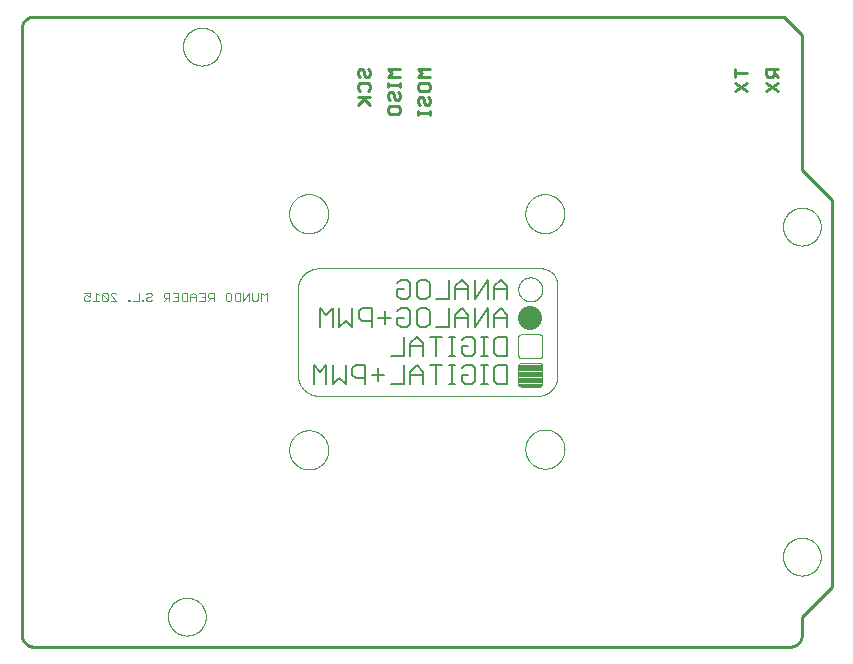
<source format=gbo>
G75*
%MOIN*%
%OFA0B0*%
%FSLAX25Y25*%
%IPPOS*%
%LPD*%
%AMOC8*
5,1,8,0,0,1.08239X$1,22.5*
%
%ADD10C,0.01000*%
%ADD11C,0.00000*%
%ADD12C,0.00400*%
%ADD13C,0.00039*%
%ADD14C,0.08000*%
%ADD15C,0.00600*%
D10*
X0008350Y0009237D02*
X0008350Y0211363D01*
X0008352Y0211487D01*
X0008358Y0211610D01*
X0008367Y0211734D01*
X0008381Y0211856D01*
X0008398Y0211979D01*
X0008420Y0212101D01*
X0008445Y0212222D01*
X0008474Y0212342D01*
X0008506Y0212461D01*
X0008543Y0212580D01*
X0008583Y0212697D01*
X0008626Y0212812D01*
X0008674Y0212927D01*
X0008725Y0213039D01*
X0008779Y0213150D01*
X0008837Y0213260D01*
X0008898Y0213367D01*
X0008963Y0213473D01*
X0009031Y0213576D01*
X0009102Y0213677D01*
X0009176Y0213776D01*
X0009253Y0213873D01*
X0009334Y0213967D01*
X0009417Y0214058D01*
X0009503Y0214147D01*
X0009592Y0214233D01*
X0009683Y0214316D01*
X0009777Y0214397D01*
X0009874Y0214474D01*
X0009973Y0214548D01*
X0010074Y0214619D01*
X0010177Y0214687D01*
X0010283Y0214752D01*
X0010390Y0214813D01*
X0010500Y0214871D01*
X0010611Y0214925D01*
X0010723Y0214976D01*
X0010838Y0215024D01*
X0010953Y0215067D01*
X0011070Y0215107D01*
X0011189Y0215144D01*
X0011308Y0215176D01*
X0011428Y0215205D01*
X0011549Y0215230D01*
X0011671Y0215252D01*
X0011794Y0215269D01*
X0011916Y0215283D01*
X0012040Y0215292D01*
X0012163Y0215298D01*
X0012287Y0215300D01*
X0262350Y0215300D01*
X0268350Y0209300D01*
X0268350Y0164300D01*
X0278350Y0154300D01*
X0278350Y0025300D01*
X0268350Y0015300D01*
X0268350Y0009237D01*
X0268348Y0009113D01*
X0268342Y0008990D01*
X0268333Y0008866D01*
X0268319Y0008744D01*
X0268302Y0008621D01*
X0268280Y0008499D01*
X0268255Y0008378D01*
X0268226Y0008258D01*
X0268194Y0008139D01*
X0268157Y0008020D01*
X0268117Y0007903D01*
X0268074Y0007788D01*
X0268026Y0007673D01*
X0267975Y0007561D01*
X0267921Y0007450D01*
X0267863Y0007340D01*
X0267802Y0007233D01*
X0267737Y0007127D01*
X0267669Y0007024D01*
X0267598Y0006923D01*
X0267524Y0006824D01*
X0267447Y0006727D01*
X0267366Y0006633D01*
X0267283Y0006542D01*
X0267197Y0006453D01*
X0267108Y0006367D01*
X0267017Y0006284D01*
X0266923Y0006203D01*
X0266826Y0006126D01*
X0266727Y0006052D01*
X0266626Y0005981D01*
X0266523Y0005913D01*
X0266417Y0005848D01*
X0266310Y0005787D01*
X0266200Y0005729D01*
X0266089Y0005675D01*
X0265977Y0005624D01*
X0265862Y0005576D01*
X0265747Y0005533D01*
X0265630Y0005493D01*
X0265511Y0005456D01*
X0265392Y0005424D01*
X0265272Y0005395D01*
X0265151Y0005370D01*
X0265029Y0005348D01*
X0264906Y0005331D01*
X0264784Y0005317D01*
X0264660Y0005308D01*
X0264537Y0005302D01*
X0264413Y0005300D01*
X0012287Y0005300D01*
X0012163Y0005302D01*
X0012040Y0005308D01*
X0011916Y0005317D01*
X0011794Y0005331D01*
X0011671Y0005348D01*
X0011549Y0005370D01*
X0011428Y0005395D01*
X0011308Y0005424D01*
X0011189Y0005456D01*
X0011070Y0005493D01*
X0010953Y0005533D01*
X0010838Y0005576D01*
X0010723Y0005624D01*
X0010611Y0005675D01*
X0010500Y0005729D01*
X0010390Y0005787D01*
X0010283Y0005848D01*
X0010177Y0005913D01*
X0010074Y0005981D01*
X0009973Y0006052D01*
X0009874Y0006126D01*
X0009777Y0006203D01*
X0009683Y0006284D01*
X0009592Y0006367D01*
X0009503Y0006453D01*
X0009417Y0006542D01*
X0009334Y0006633D01*
X0009253Y0006727D01*
X0009176Y0006824D01*
X0009102Y0006923D01*
X0009031Y0007024D01*
X0008963Y0007127D01*
X0008898Y0007233D01*
X0008837Y0007340D01*
X0008779Y0007450D01*
X0008725Y0007561D01*
X0008674Y0007673D01*
X0008626Y0007788D01*
X0008583Y0007903D01*
X0008543Y0008020D01*
X0008506Y0008139D01*
X0008474Y0008258D01*
X0008445Y0008378D01*
X0008420Y0008499D01*
X0008398Y0008621D01*
X0008381Y0008744D01*
X0008367Y0008866D01*
X0008358Y0008990D01*
X0008352Y0009113D01*
X0008350Y0009237D01*
X0140347Y0182654D02*
X0140347Y0183988D01*
X0140347Y0183321D02*
X0144350Y0183321D01*
X0144350Y0183988D02*
X0144350Y0182654D01*
X0143683Y0185923D02*
X0144350Y0186590D01*
X0144350Y0187925D01*
X0143683Y0188592D01*
X0142348Y0187925D02*
X0142348Y0186590D01*
X0143016Y0185923D01*
X0143683Y0185923D01*
X0142348Y0187925D02*
X0141681Y0188592D01*
X0141014Y0188592D01*
X0140347Y0187925D01*
X0140347Y0186590D01*
X0141014Y0185923D01*
X0141014Y0190527D02*
X0140347Y0191194D01*
X0140347Y0192529D01*
X0141014Y0193196D01*
X0143683Y0193196D01*
X0144350Y0192529D01*
X0144350Y0191194D01*
X0143683Y0190527D01*
X0141014Y0190527D01*
X0140347Y0195131D02*
X0144350Y0195131D01*
X0144350Y0197800D02*
X0140347Y0197800D01*
X0141681Y0196466D01*
X0140347Y0195131D01*
X0134350Y0195131D02*
X0130347Y0195131D01*
X0131681Y0196466D01*
X0130347Y0197800D01*
X0134350Y0197800D01*
X0134350Y0193196D02*
X0134350Y0191862D01*
X0134350Y0192529D02*
X0130347Y0192529D01*
X0130347Y0193196D02*
X0130347Y0191862D01*
X0131014Y0190127D02*
X0131681Y0190127D01*
X0132348Y0189460D01*
X0132348Y0188125D01*
X0133016Y0187458D01*
X0133683Y0187458D01*
X0134350Y0188125D01*
X0134350Y0189460D01*
X0133683Y0190127D01*
X0131014Y0190127D02*
X0130347Y0189460D01*
X0130347Y0188125D01*
X0131014Y0187458D01*
X0131014Y0185523D02*
X0133683Y0185523D01*
X0134350Y0184856D01*
X0134350Y0183521D01*
X0133683Y0182854D01*
X0131014Y0182854D01*
X0130347Y0183521D01*
X0130347Y0184856D01*
X0131014Y0185523D01*
X0124350Y0185923D02*
X0122348Y0187925D01*
X0123016Y0188592D02*
X0120347Y0185923D01*
X0120347Y0188592D02*
X0124350Y0188592D01*
X0123683Y0190527D02*
X0124350Y0191194D01*
X0124350Y0192529D01*
X0123683Y0193196D01*
X0121014Y0193196D01*
X0120347Y0192529D01*
X0120347Y0191194D01*
X0121014Y0190527D01*
X0121014Y0195131D02*
X0120347Y0195798D01*
X0120347Y0197133D01*
X0121014Y0197800D01*
X0121681Y0197800D01*
X0122348Y0197133D01*
X0122348Y0195798D01*
X0123016Y0195131D01*
X0123683Y0195131D01*
X0124350Y0195798D01*
X0124350Y0197133D01*
X0123683Y0197800D01*
X0246129Y0197852D02*
X0246129Y0195183D01*
X0246129Y0196517D02*
X0250133Y0196517D01*
X0250133Y0193248D02*
X0246129Y0190579D01*
X0246129Y0193248D02*
X0250133Y0190579D01*
X0256347Y0190627D02*
X0260350Y0193296D01*
X0260350Y0195231D02*
X0259016Y0196566D01*
X0259016Y0195898D02*
X0259016Y0197900D01*
X0260350Y0197900D02*
X0256347Y0197900D01*
X0256347Y0195898D01*
X0257014Y0195231D01*
X0258348Y0195231D01*
X0259016Y0195898D01*
X0256347Y0193296D02*
X0260350Y0190627D01*
D11*
X0262051Y0145300D02*
X0262053Y0145458D01*
X0262059Y0145616D01*
X0262069Y0145774D01*
X0262083Y0145932D01*
X0262101Y0146089D01*
X0262122Y0146246D01*
X0262148Y0146402D01*
X0262178Y0146558D01*
X0262211Y0146713D01*
X0262249Y0146866D01*
X0262290Y0147019D01*
X0262335Y0147171D01*
X0262384Y0147322D01*
X0262437Y0147471D01*
X0262493Y0147619D01*
X0262553Y0147765D01*
X0262617Y0147910D01*
X0262685Y0148053D01*
X0262756Y0148195D01*
X0262830Y0148335D01*
X0262908Y0148472D01*
X0262990Y0148608D01*
X0263074Y0148742D01*
X0263163Y0148873D01*
X0263254Y0149002D01*
X0263349Y0149129D01*
X0263446Y0149254D01*
X0263547Y0149376D01*
X0263651Y0149495D01*
X0263758Y0149612D01*
X0263868Y0149726D01*
X0263981Y0149837D01*
X0264096Y0149946D01*
X0264214Y0150051D01*
X0264335Y0150153D01*
X0264458Y0150253D01*
X0264584Y0150349D01*
X0264712Y0150442D01*
X0264842Y0150532D01*
X0264975Y0150618D01*
X0265110Y0150702D01*
X0265246Y0150781D01*
X0265385Y0150858D01*
X0265526Y0150930D01*
X0265668Y0151000D01*
X0265812Y0151065D01*
X0265958Y0151127D01*
X0266105Y0151185D01*
X0266254Y0151240D01*
X0266404Y0151291D01*
X0266555Y0151338D01*
X0266707Y0151381D01*
X0266860Y0151420D01*
X0267015Y0151456D01*
X0267170Y0151487D01*
X0267326Y0151515D01*
X0267482Y0151539D01*
X0267639Y0151559D01*
X0267797Y0151575D01*
X0267954Y0151587D01*
X0268113Y0151595D01*
X0268271Y0151599D01*
X0268429Y0151599D01*
X0268587Y0151595D01*
X0268746Y0151587D01*
X0268903Y0151575D01*
X0269061Y0151559D01*
X0269218Y0151539D01*
X0269374Y0151515D01*
X0269530Y0151487D01*
X0269685Y0151456D01*
X0269840Y0151420D01*
X0269993Y0151381D01*
X0270145Y0151338D01*
X0270296Y0151291D01*
X0270446Y0151240D01*
X0270595Y0151185D01*
X0270742Y0151127D01*
X0270888Y0151065D01*
X0271032Y0151000D01*
X0271174Y0150930D01*
X0271315Y0150858D01*
X0271454Y0150781D01*
X0271590Y0150702D01*
X0271725Y0150618D01*
X0271858Y0150532D01*
X0271988Y0150442D01*
X0272116Y0150349D01*
X0272242Y0150253D01*
X0272365Y0150153D01*
X0272486Y0150051D01*
X0272604Y0149946D01*
X0272719Y0149837D01*
X0272832Y0149726D01*
X0272942Y0149612D01*
X0273049Y0149495D01*
X0273153Y0149376D01*
X0273254Y0149254D01*
X0273351Y0149129D01*
X0273446Y0149002D01*
X0273537Y0148873D01*
X0273626Y0148742D01*
X0273710Y0148608D01*
X0273792Y0148472D01*
X0273870Y0148335D01*
X0273944Y0148195D01*
X0274015Y0148053D01*
X0274083Y0147910D01*
X0274147Y0147765D01*
X0274207Y0147619D01*
X0274263Y0147471D01*
X0274316Y0147322D01*
X0274365Y0147171D01*
X0274410Y0147019D01*
X0274451Y0146866D01*
X0274489Y0146713D01*
X0274522Y0146558D01*
X0274552Y0146402D01*
X0274578Y0146246D01*
X0274599Y0146089D01*
X0274617Y0145932D01*
X0274631Y0145774D01*
X0274641Y0145616D01*
X0274647Y0145458D01*
X0274649Y0145300D01*
X0274647Y0145142D01*
X0274641Y0144984D01*
X0274631Y0144826D01*
X0274617Y0144668D01*
X0274599Y0144511D01*
X0274578Y0144354D01*
X0274552Y0144198D01*
X0274522Y0144042D01*
X0274489Y0143887D01*
X0274451Y0143734D01*
X0274410Y0143581D01*
X0274365Y0143429D01*
X0274316Y0143278D01*
X0274263Y0143129D01*
X0274207Y0142981D01*
X0274147Y0142835D01*
X0274083Y0142690D01*
X0274015Y0142547D01*
X0273944Y0142405D01*
X0273870Y0142265D01*
X0273792Y0142128D01*
X0273710Y0141992D01*
X0273626Y0141858D01*
X0273537Y0141727D01*
X0273446Y0141598D01*
X0273351Y0141471D01*
X0273254Y0141346D01*
X0273153Y0141224D01*
X0273049Y0141105D01*
X0272942Y0140988D01*
X0272832Y0140874D01*
X0272719Y0140763D01*
X0272604Y0140654D01*
X0272486Y0140549D01*
X0272365Y0140447D01*
X0272242Y0140347D01*
X0272116Y0140251D01*
X0271988Y0140158D01*
X0271858Y0140068D01*
X0271725Y0139982D01*
X0271590Y0139898D01*
X0271454Y0139819D01*
X0271315Y0139742D01*
X0271174Y0139670D01*
X0271032Y0139600D01*
X0270888Y0139535D01*
X0270742Y0139473D01*
X0270595Y0139415D01*
X0270446Y0139360D01*
X0270296Y0139309D01*
X0270145Y0139262D01*
X0269993Y0139219D01*
X0269840Y0139180D01*
X0269685Y0139144D01*
X0269530Y0139113D01*
X0269374Y0139085D01*
X0269218Y0139061D01*
X0269061Y0139041D01*
X0268903Y0139025D01*
X0268746Y0139013D01*
X0268587Y0139005D01*
X0268429Y0139001D01*
X0268271Y0139001D01*
X0268113Y0139005D01*
X0267954Y0139013D01*
X0267797Y0139025D01*
X0267639Y0139041D01*
X0267482Y0139061D01*
X0267326Y0139085D01*
X0267170Y0139113D01*
X0267015Y0139144D01*
X0266860Y0139180D01*
X0266707Y0139219D01*
X0266555Y0139262D01*
X0266404Y0139309D01*
X0266254Y0139360D01*
X0266105Y0139415D01*
X0265958Y0139473D01*
X0265812Y0139535D01*
X0265668Y0139600D01*
X0265526Y0139670D01*
X0265385Y0139742D01*
X0265246Y0139819D01*
X0265110Y0139898D01*
X0264975Y0139982D01*
X0264842Y0140068D01*
X0264712Y0140158D01*
X0264584Y0140251D01*
X0264458Y0140347D01*
X0264335Y0140447D01*
X0264214Y0140549D01*
X0264096Y0140654D01*
X0263981Y0140763D01*
X0263868Y0140874D01*
X0263758Y0140988D01*
X0263651Y0141105D01*
X0263547Y0141224D01*
X0263446Y0141346D01*
X0263349Y0141471D01*
X0263254Y0141598D01*
X0263163Y0141727D01*
X0263074Y0141858D01*
X0262990Y0141992D01*
X0262908Y0142128D01*
X0262830Y0142265D01*
X0262756Y0142405D01*
X0262685Y0142547D01*
X0262617Y0142690D01*
X0262553Y0142835D01*
X0262493Y0142981D01*
X0262437Y0143129D01*
X0262384Y0143278D01*
X0262335Y0143429D01*
X0262290Y0143581D01*
X0262249Y0143734D01*
X0262211Y0143887D01*
X0262178Y0144042D01*
X0262148Y0144198D01*
X0262122Y0144354D01*
X0262101Y0144511D01*
X0262083Y0144668D01*
X0262069Y0144826D01*
X0262059Y0144984D01*
X0262053Y0145142D01*
X0262051Y0145300D01*
X0262051Y0035300D02*
X0262053Y0035458D01*
X0262059Y0035616D01*
X0262069Y0035774D01*
X0262083Y0035932D01*
X0262101Y0036089D01*
X0262122Y0036246D01*
X0262148Y0036402D01*
X0262178Y0036558D01*
X0262211Y0036713D01*
X0262249Y0036866D01*
X0262290Y0037019D01*
X0262335Y0037171D01*
X0262384Y0037322D01*
X0262437Y0037471D01*
X0262493Y0037619D01*
X0262553Y0037765D01*
X0262617Y0037910D01*
X0262685Y0038053D01*
X0262756Y0038195D01*
X0262830Y0038335D01*
X0262908Y0038472D01*
X0262990Y0038608D01*
X0263074Y0038742D01*
X0263163Y0038873D01*
X0263254Y0039002D01*
X0263349Y0039129D01*
X0263446Y0039254D01*
X0263547Y0039376D01*
X0263651Y0039495D01*
X0263758Y0039612D01*
X0263868Y0039726D01*
X0263981Y0039837D01*
X0264096Y0039946D01*
X0264214Y0040051D01*
X0264335Y0040153D01*
X0264458Y0040253D01*
X0264584Y0040349D01*
X0264712Y0040442D01*
X0264842Y0040532D01*
X0264975Y0040618D01*
X0265110Y0040702D01*
X0265246Y0040781D01*
X0265385Y0040858D01*
X0265526Y0040930D01*
X0265668Y0041000D01*
X0265812Y0041065D01*
X0265958Y0041127D01*
X0266105Y0041185D01*
X0266254Y0041240D01*
X0266404Y0041291D01*
X0266555Y0041338D01*
X0266707Y0041381D01*
X0266860Y0041420D01*
X0267015Y0041456D01*
X0267170Y0041487D01*
X0267326Y0041515D01*
X0267482Y0041539D01*
X0267639Y0041559D01*
X0267797Y0041575D01*
X0267954Y0041587D01*
X0268113Y0041595D01*
X0268271Y0041599D01*
X0268429Y0041599D01*
X0268587Y0041595D01*
X0268746Y0041587D01*
X0268903Y0041575D01*
X0269061Y0041559D01*
X0269218Y0041539D01*
X0269374Y0041515D01*
X0269530Y0041487D01*
X0269685Y0041456D01*
X0269840Y0041420D01*
X0269993Y0041381D01*
X0270145Y0041338D01*
X0270296Y0041291D01*
X0270446Y0041240D01*
X0270595Y0041185D01*
X0270742Y0041127D01*
X0270888Y0041065D01*
X0271032Y0041000D01*
X0271174Y0040930D01*
X0271315Y0040858D01*
X0271454Y0040781D01*
X0271590Y0040702D01*
X0271725Y0040618D01*
X0271858Y0040532D01*
X0271988Y0040442D01*
X0272116Y0040349D01*
X0272242Y0040253D01*
X0272365Y0040153D01*
X0272486Y0040051D01*
X0272604Y0039946D01*
X0272719Y0039837D01*
X0272832Y0039726D01*
X0272942Y0039612D01*
X0273049Y0039495D01*
X0273153Y0039376D01*
X0273254Y0039254D01*
X0273351Y0039129D01*
X0273446Y0039002D01*
X0273537Y0038873D01*
X0273626Y0038742D01*
X0273710Y0038608D01*
X0273792Y0038472D01*
X0273870Y0038335D01*
X0273944Y0038195D01*
X0274015Y0038053D01*
X0274083Y0037910D01*
X0274147Y0037765D01*
X0274207Y0037619D01*
X0274263Y0037471D01*
X0274316Y0037322D01*
X0274365Y0037171D01*
X0274410Y0037019D01*
X0274451Y0036866D01*
X0274489Y0036713D01*
X0274522Y0036558D01*
X0274552Y0036402D01*
X0274578Y0036246D01*
X0274599Y0036089D01*
X0274617Y0035932D01*
X0274631Y0035774D01*
X0274641Y0035616D01*
X0274647Y0035458D01*
X0274649Y0035300D01*
X0274647Y0035142D01*
X0274641Y0034984D01*
X0274631Y0034826D01*
X0274617Y0034668D01*
X0274599Y0034511D01*
X0274578Y0034354D01*
X0274552Y0034198D01*
X0274522Y0034042D01*
X0274489Y0033887D01*
X0274451Y0033734D01*
X0274410Y0033581D01*
X0274365Y0033429D01*
X0274316Y0033278D01*
X0274263Y0033129D01*
X0274207Y0032981D01*
X0274147Y0032835D01*
X0274083Y0032690D01*
X0274015Y0032547D01*
X0273944Y0032405D01*
X0273870Y0032265D01*
X0273792Y0032128D01*
X0273710Y0031992D01*
X0273626Y0031858D01*
X0273537Y0031727D01*
X0273446Y0031598D01*
X0273351Y0031471D01*
X0273254Y0031346D01*
X0273153Y0031224D01*
X0273049Y0031105D01*
X0272942Y0030988D01*
X0272832Y0030874D01*
X0272719Y0030763D01*
X0272604Y0030654D01*
X0272486Y0030549D01*
X0272365Y0030447D01*
X0272242Y0030347D01*
X0272116Y0030251D01*
X0271988Y0030158D01*
X0271858Y0030068D01*
X0271725Y0029982D01*
X0271590Y0029898D01*
X0271454Y0029819D01*
X0271315Y0029742D01*
X0271174Y0029670D01*
X0271032Y0029600D01*
X0270888Y0029535D01*
X0270742Y0029473D01*
X0270595Y0029415D01*
X0270446Y0029360D01*
X0270296Y0029309D01*
X0270145Y0029262D01*
X0269993Y0029219D01*
X0269840Y0029180D01*
X0269685Y0029144D01*
X0269530Y0029113D01*
X0269374Y0029085D01*
X0269218Y0029061D01*
X0269061Y0029041D01*
X0268903Y0029025D01*
X0268746Y0029013D01*
X0268587Y0029005D01*
X0268429Y0029001D01*
X0268271Y0029001D01*
X0268113Y0029005D01*
X0267954Y0029013D01*
X0267797Y0029025D01*
X0267639Y0029041D01*
X0267482Y0029061D01*
X0267326Y0029085D01*
X0267170Y0029113D01*
X0267015Y0029144D01*
X0266860Y0029180D01*
X0266707Y0029219D01*
X0266555Y0029262D01*
X0266404Y0029309D01*
X0266254Y0029360D01*
X0266105Y0029415D01*
X0265958Y0029473D01*
X0265812Y0029535D01*
X0265668Y0029600D01*
X0265526Y0029670D01*
X0265385Y0029742D01*
X0265246Y0029819D01*
X0265110Y0029898D01*
X0264975Y0029982D01*
X0264842Y0030068D01*
X0264712Y0030158D01*
X0264584Y0030251D01*
X0264458Y0030347D01*
X0264335Y0030447D01*
X0264214Y0030549D01*
X0264096Y0030654D01*
X0263981Y0030763D01*
X0263868Y0030874D01*
X0263758Y0030988D01*
X0263651Y0031105D01*
X0263547Y0031224D01*
X0263446Y0031346D01*
X0263349Y0031471D01*
X0263254Y0031598D01*
X0263163Y0031727D01*
X0263074Y0031858D01*
X0262990Y0031992D01*
X0262908Y0032128D01*
X0262830Y0032265D01*
X0262756Y0032405D01*
X0262685Y0032547D01*
X0262617Y0032690D01*
X0262553Y0032835D01*
X0262493Y0032981D01*
X0262437Y0033129D01*
X0262384Y0033278D01*
X0262335Y0033429D01*
X0262290Y0033581D01*
X0262249Y0033734D01*
X0262211Y0033887D01*
X0262178Y0034042D01*
X0262148Y0034198D01*
X0262122Y0034354D01*
X0262101Y0034511D01*
X0262083Y0034668D01*
X0262069Y0034826D01*
X0262059Y0034984D01*
X0262053Y0035142D01*
X0262051Y0035300D01*
X0057051Y0015300D02*
X0057053Y0015458D01*
X0057059Y0015616D01*
X0057069Y0015774D01*
X0057083Y0015932D01*
X0057101Y0016089D01*
X0057122Y0016246D01*
X0057148Y0016402D01*
X0057178Y0016558D01*
X0057211Y0016713D01*
X0057249Y0016866D01*
X0057290Y0017019D01*
X0057335Y0017171D01*
X0057384Y0017322D01*
X0057437Y0017471D01*
X0057493Y0017619D01*
X0057553Y0017765D01*
X0057617Y0017910D01*
X0057685Y0018053D01*
X0057756Y0018195D01*
X0057830Y0018335D01*
X0057908Y0018472D01*
X0057990Y0018608D01*
X0058074Y0018742D01*
X0058163Y0018873D01*
X0058254Y0019002D01*
X0058349Y0019129D01*
X0058446Y0019254D01*
X0058547Y0019376D01*
X0058651Y0019495D01*
X0058758Y0019612D01*
X0058868Y0019726D01*
X0058981Y0019837D01*
X0059096Y0019946D01*
X0059214Y0020051D01*
X0059335Y0020153D01*
X0059458Y0020253D01*
X0059584Y0020349D01*
X0059712Y0020442D01*
X0059842Y0020532D01*
X0059975Y0020618D01*
X0060110Y0020702D01*
X0060246Y0020781D01*
X0060385Y0020858D01*
X0060526Y0020930D01*
X0060668Y0021000D01*
X0060812Y0021065D01*
X0060958Y0021127D01*
X0061105Y0021185D01*
X0061254Y0021240D01*
X0061404Y0021291D01*
X0061555Y0021338D01*
X0061707Y0021381D01*
X0061860Y0021420D01*
X0062015Y0021456D01*
X0062170Y0021487D01*
X0062326Y0021515D01*
X0062482Y0021539D01*
X0062639Y0021559D01*
X0062797Y0021575D01*
X0062954Y0021587D01*
X0063113Y0021595D01*
X0063271Y0021599D01*
X0063429Y0021599D01*
X0063587Y0021595D01*
X0063746Y0021587D01*
X0063903Y0021575D01*
X0064061Y0021559D01*
X0064218Y0021539D01*
X0064374Y0021515D01*
X0064530Y0021487D01*
X0064685Y0021456D01*
X0064840Y0021420D01*
X0064993Y0021381D01*
X0065145Y0021338D01*
X0065296Y0021291D01*
X0065446Y0021240D01*
X0065595Y0021185D01*
X0065742Y0021127D01*
X0065888Y0021065D01*
X0066032Y0021000D01*
X0066174Y0020930D01*
X0066315Y0020858D01*
X0066454Y0020781D01*
X0066590Y0020702D01*
X0066725Y0020618D01*
X0066858Y0020532D01*
X0066988Y0020442D01*
X0067116Y0020349D01*
X0067242Y0020253D01*
X0067365Y0020153D01*
X0067486Y0020051D01*
X0067604Y0019946D01*
X0067719Y0019837D01*
X0067832Y0019726D01*
X0067942Y0019612D01*
X0068049Y0019495D01*
X0068153Y0019376D01*
X0068254Y0019254D01*
X0068351Y0019129D01*
X0068446Y0019002D01*
X0068537Y0018873D01*
X0068626Y0018742D01*
X0068710Y0018608D01*
X0068792Y0018472D01*
X0068870Y0018335D01*
X0068944Y0018195D01*
X0069015Y0018053D01*
X0069083Y0017910D01*
X0069147Y0017765D01*
X0069207Y0017619D01*
X0069263Y0017471D01*
X0069316Y0017322D01*
X0069365Y0017171D01*
X0069410Y0017019D01*
X0069451Y0016866D01*
X0069489Y0016713D01*
X0069522Y0016558D01*
X0069552Y0016402D01*
X0069578Y0016246D01*
X0069599Y0016089D01*
X0069617Y0015932D01*
X0069631Y0015774D01*
X0069641Y0015616D01*
X0069647Y0015458D01*
X0069649Y0015300D01*
X0069647Y0015142D01*
X0069641Y0014984D01*
X0069631Y0014826D01*
X0069617Y0014668D01*
X0069599Y0014511D01*
X0069578Y0014354D01*
X0069552Y0014198D01*
X0069522Y0014042D01*
X0069489Y0013887D01*
X0069451Y0013734D01*
X0069410Y0013581D01*
X0069365Y0013429D01*
X0069316Y0013278D01*
X0069263Y0013129D01*
X0069207Y0012981D01*
X0069147Y0012835D01*
X0069083Y0012690D01*
X0069015Y0012547D01*
X0068944Y0012405D01*
X0068870Y0012265D01*
X0068792Y0012128D01*
X0068710Y0011992D01*
X0068626Y0011858D01*
X0068537Y0011727D01*
X0068446Y0011598D01*
X0068351Y0011471D01*
X0068254Y0011346D01*
X0068153Y0011224D01*
X0068049Y0011105D01*
X0067942Y0010988D01*
X0067832Y0010874D01*
X0067719Y0010763D01*
X0067604Y0010654D01*
X0067486Y0010549D01*
X0067365Y0010447D01*
X0067242Y0010347D01*
X0067116Y0010251D01*
X0066988Y0010158D01*
X0066858Y0010068D01*
X0066725Y0009982D01*
X0066590Y0009898D01*
X0066454Y0009819D01*
X0066315Y0009742D01*
X0066174Y0009670D01*
X0066032Y0009600D01*
X0065888Y0009535D01*
X0065742Y0009473D01*
X0065595Y0009415D01*
X0065446Y0009360D01*
X0065296Y0009309D01*
X0065145Y0009262D01*
X0064993Y0009219D01*
X0064840Y0009180D01*
X0064685Y0009144D01*
X0064530Y0009113D01*
X0064374Y0009085D01*
X0064218Y0009061D01*
X0064061Y0009041D01*
X0063903Y0009025D01*
X0063746Y0009013D01*
X0063587Y0009005D01*
X0063429Y0009001D01*
X0063271Y0009001D01*
X0063113Y0009005D01*
X0062954Y0009013D01*
X0062797Y0009025D01*
X0062639Y0009041D01*
X0062482Y0009061D01*
X0062326Y0009085D01*
X0062170Y0009113D01*
X0062015Y0009144D01*
X0061860Y0009180D01*
X0061707Y0009219D01*
X0061555Y0009262D01*
X0061404Y0009309D01*
X0061254Y0009360D01*
X0061105Y0009415D01*
X0060958Y0009473D01*
X0060812Y0009535D01*
X0060668Y0009600D01*
X0060526Y0009670D01*
X0060385Y0009742D01*
X0060246Y0009819D01*
X0060110Y0009898D01*
X0059975Y0009982D01*
X0059842Y0010068D01*
X0059712Y0010158D01*
X0059584Y0010251D01*
X0059458Y0010347D01*
X0059335Y0010447D01*
X0059214Y0010549D01*
X0059096Y0010654D01*
X0058981Y0010763D01*
X0058868Y0010874D01*
X0058758Y0010988D01*
X0058651Y0011105D01*
X0058547Y0011224D01*
X0058446Y0011346D01*
X0058349Y0011471D01*
X0058254Y0011598D01*
X0058163Y0011727D01*
X0058074Y0011858D01*
X0057990Y0011992D01*
X0057908Y0012128D01*
X0057830Y0012265D01*
X0057756Y0012405D01*
X0057685Y0012547D01*
X0057617Y0012690D01*
X0057553Y0012835D01*
X0057493Y0012981D01*
X0057437Y0013129D01*
X0057384Y0013278D01*
X0057335Y0013429D01*
X0057290Y0013581D01*
X0057249Y0013734D01*
X0057211Y0013887D01*
X0057178Y0014042D01*
X0057148Y0014198D01*
X0057122Y0014354D01*
X0057101Y0014511D01*
X0057083Y0014668D01*
X0057069Y0014826D01*
X0057059Y0014984D01*
X0057053Y0015142D01*
X0057051Y0015300D01*
X0062051Y0205300D02*
X0062053Y0205458D01*
X0062059Y0205616D01*
X0062069Y0205774D01*
X0062083Y0205932D01*
X0062101Y0206089D01*
X0062122Y0206246D01*
X0062148Y0206402D01*
X0062178Y0206558D01*
X0062211Y0206713D01*
X0062249Y0206866D01*
X0062290Y0207019D01*
X0062335Y0207171D01*
X0062384Y0207322D01*
X0062437Y0207471D01*
X0062493Y0207619D01*
X0062553Y0207765D01*
X0062617Y0207910D01*
X0062685Y0208053D01*
X0062756Y0208195D01*
X0062830Y0208335D01*
X0062908Y0208472D01*
X0062990Y0208608D01*
X0063074Y0208742D01*
X0063163Y0208873D01*
X0063254Y0209002D01*
X0063349Y0209129D01*
X0063446Y0209254D01*
X0063547Y0209376D01*
X0063651Y0209495D01*
X0063758Y0209612D01*
X0063868Y0209726D01*
X0063981Y0209837D01*
X0064096Y0209946D01*
X0064214Y0210051D01*
X0064335Y0210153D01*
X0064458Y0210253D01*
X0064584Y0210349D01*
X0064712Y0210442D01*
X0064842Y0210532D01*
X0064975Y0210618D01*
X0065110Y0210702D01*
X0065246Y0210781D01*
X0065385Y0210858D01*
X0065526Y0210930D01*
X0065668Y0211000D01*
X0065812Y0211065D01*
X0065958Y0211127D01*
X0066105Y0211185D01*
X0066254Y0211240D01*
X0066404Y0211291D01*
X0066555Y0211338D01*
X0066707Y0211381D01*
X0066860Y0211420D01*
X0067015Y0211456D01*
X0067170Y0211487D01*
X0067326Y0211515D01*
X0067482Y0211539D01*
X0067639Y0211559D01*
X0067797Y0211575D01*
X0067954Y0211587D01*
X0068113Y0211595D01*
X0068271Y0211599D01*
X0068429Y0211599D01*
X0068587Y0211595D01*
X0068746Y0211587D01*
X0068903Y0211575D01*
X0069061Y0211559D01*
X0069218Y0211539D01*
X0069374Y0211515D01*
X0069530Y0211487D01*
X0069685Y0211456D01*
X0069840Y0211420D01*
X0069993Y0211381D01*
X0070145Y0211338D01*
X0070296Y0211291D01*
X0070446Y0211240D01*
X0070595Y0211185D01*
X0070742Y0211127D01*
X0070888Y0211065D01*
X0071032Y0211000D01*
X0071174Y0210930D01*
X0071315Y0210858D01*
X0071454Y0210781D01*
X0071590Y0210702D01*
X0071725Y0210618D01*
X0071858Y0210532D01*
X0071988Y0210442D01*
X0072116Y0210349D01*
X0072242Y0210253D01*
X0072365Y0210153D01*
X0072486Y0210051D01*
X0072604Y0209946D01*
X0072719Y0209837D01*
X0072832Y0209726D01*
X0072942Y0209612D01*
X0073049Y0209495D01*
X0073153Y0209376D01*
X0073254Y0209254D01*
X0073351Y0209129D01*
X0073446Y0209002D01*
X0073537Y0208873D01*
X0073626Y0208742D01*
X0073710Y0208608D01*
X0073792Y0208472D01*
X0073870Y0208335D01*
X0073944Y0208195D01*
X0074015Y0208053D01*
X0074083Y0207910D01*
X0074147Y0207765D01*
X0074207Y0207619D01*
X0074263Y0207471D01*
X0074316Y0207322D01*
X0074365Y0207171D01*
X0074410Y0207019D01*
X0074451Y0206866D01*
X0074489Y0206713D01*
X0074522Y0206558D01*
X0074552Y0206402D01*
X0074578Y0206246D01*
X0074599Y0206089D01*
X0074617Y0205932D01*
X0074631Y0205774D01*
X0074641Y0205616D01*
X0074647Y0205458D01*
X0074649Y0205300D01*
X0074647Y0205142D01*
X0074641Y0204984D01*
X0074631Y0204826D01*
X0074617Y0204668D01*
X0074599Y0204511D01*
X0074578Y0204354D01*
X0074552Y0204198D01*
X0074522Y0204042D01*
X0074489Y0203887D01*
X0074451Y0203734D01*
X0074410Y0203581D01*
X0074365Y0203429D01*
X0074316Y0203278D01*
X0074263Y0203129D01*
X0074207Y0202981D01*
X0074147Y0202835D01*
X0074083Y0202690D01*
X0074015Y0202547D01*
X0073944Y0202405D01*
X0073870Y0202265D01*
X0073792Y0202128D01*
X0073710Y0201992D01*
X0073626Y0201858D01*
X0073537Y0201727D01*
X0073446Y0201598D01*
X0073351Y0201471D01*
X0073254Y0201346D01*
X0073153Y0201224D01*
X0073049Y0201105D01*
X0072942Y0200988D01*
X0072832Y0200874D01*
X0072719Y0200763D01*
X0072604Y0200654D01*
X0072486Y0200549D01*
X0072365Y0200447D01*
X0072242Y0200347D01*
X0072116Y0200251D01*
X0071988Y0200158D01*
X0071858Y0200068D01*
X0071725Y0199982D01*
X0071590Y0199898D01*
X0071454Y0199819D01*
X0071315Y0199742D01*
X0071174Y0199670D01*
X0071032Y0199600D01*
X0070888Y0199535D01*
X0070742Y0199473D01*
X0070595Y0199415D01*
X0070446Y0199360D01*
X0070296Y0199309D01*
X0070145Y0199262D01*
X0069993Y0199219D01*
X0069840Y0199180D01*
X0069685Y0199144D01*
X0069530Y0199113D01*
X0069374Y0199085D01*
X0069218Y0199061D01*
X0069061Y0199041D01*
X0068903Y0199025D01*
X0068746Y0199013D01*
X0068587Y0199005D01*
X0068429Y0199001D01*
X0068271Y0199001D01*
X0068113Y0199005D01*
X0067954Y0199013D01*
X0067797Y0199025D01*
X0067639Y0199041D01*
X0067482Y0199061D01*
X0067326Y0199085D01*
X0067170Y0199113D01*
X0067015Y0199144D01*
X0066860Y0199180D01*
X0066707Y0199219D01*
X0066555Y0199262D01*
X0066404Y0199309D01*
X0066254Y0199360D01*
X0066105Y0199415D01*
X0065958Y0199473D01*
X0065812Y0199535D01*
X0065668Y0199600D01*
X0065526Y0199670D01*
X0065385Y0199742D01*
X0065246Y0199819D01*
X0065110Y0199898D01*
X0064975Y0199982D01*
X0064842Y0200068D01*
X0064712Y0200158D01*
X0064584Y0200251D01*
X0064458Y0200347D01*
X0064335Y0200447D01*
X0064214Y0200549D01*
X0064096Y0200654D01*
X0063981Y0200763D01*
X0063868Y0200874D01*
X0063758Y0200988D01*
X0063651Y0201105D01*
X0063547Y0201224D01*
X0063446Y0201346D01*
X0063349Y0201471D01*
X0063254Y0201598D01*
X0063163Y0201727D01*
X0063074Y0201858D01*
X0062990Y0201992D01*
X0062908Y0202128D01*
X0062830Y0202265D01*
X0062756Y0202405D01*
X0062685Y0202547D01*
X0062617Y0202690D01*
X0062553Y0202835D01*
X0062493Y0202981D01*
X0062437Y0203129D01*
X0062384Y0203278D01*
X0062335Y0203429D01*
X0062290Y0203581D01*
X0062249Y0203734D01*
X0062211Y0203887D01*
X0062178Y0204042D01*
X0062148Y0204198D01*
X0062122Y0204354D01*
X0062101Y0204511D01*
X0062083Y0204668D01*
X0062069Y0204826D01*
X0062059Y0204984D01*
X0062053Y0205142D01*
X0062051Y0205300D01*
D12*
X0107350Y0131400D02*
X0181350Y0131400D01*
X0181496Y0131398D01*
X0181643Y0131392D01*
X0181789Y0131382D01*
X0181935Y0131369D01*
X0182080Y0131351D01*
X0182225Y0131330D01*
X0182369Y0131305D01*
X0182513Y0131276D01*
X0182655Y0131243D01*
X0182797Y0131206D01*
X0182938Y0131166D01*
X0183077Y0131122D01*
X0183216Y0131074D01*
X0183353Y0131022D01*
X0183489Y0130967D01*
X0183623Y0130908D01*
X0183755Y0130846D01*
X0183886Y0130780D01*
X0184015Y0130711D01*
X0184142Y0130639D01*
X0184267Y0130563D01*
X0184390Y0130483D01*
X0184511Y0130401D01*
X0184630Y0130315D01*
X0184746Y0130226D01*
X0184860Y0130134D01*
X0184972Y0130039D01*
X0185081Y0129941D01*
X0185187Y0129841D01*
X0185291Y0129737D01*
X0185391Y0129631D01*
X0185489Y0129522D01*
X0185584Y0129410D01*
X0185676Y0129296D01*
X0185765Y0129180D01*
X0185851Y0129061D01*
X0185933Y0128940D01*
X0186013Y0128817D01*
X0186089Y0128692D01*
X0186161Y0128565D01*
X0186230Y0128436D01*
X0186296Y0128305D01*
X0186358Y0128173D01*
X0186417Y0128039D01*
X0186472Y0127903D01*
X0186524Y0127766D01*
X0186572Y0127627D01*
X0186616Y0127488D01*
X0186656Y0127347D01*
X0186693Y0127205D01*
X0186726Y0127063D01*
X0186755Y0126919D01*
X0186780Y0126775D01*
X0186801Y0126630D01*
X0186819Y0126485D01*
X0186832Y0126339D01*
X0186842Y0126193D01*
X0186848Y0126046D01*
X0186850Y0125900D01*
X0186850Y0095400D01*
X0181850Y0095364D02*
X0173850Y0095364D01*
X0173850Y0095762D02*
X0181850Y0095762D01*
X0181850Y0096161D02*
X0173850Y0096161D01*
X0173850Y0096559D02*
X0181850Y0096559D01*
X0181850Y0096958D02*
X0173850Y0096958D01*
X0173850Y0097356D02*
X0181850Y0097356D01*
X0181850Y0097755D02*
X0173850Y0097755D01*
X0173850Y0098153D02*
X0181850Y0098153D01*
X0181850Y0098552D02*
X0173850Y0098552D01*
X0173850Y0098900D02*
X0173884Y0099159D01*
X0173984Y0099400D01*
X0174143Y0099607D01*
X0174350Y0099766D01*
X0174591Y0099866D01*
X0174850Y0099900D01*
X0180850Y0099900D01*
X0181109Y0099866D01*
X0181350Y0099766D01*
X0181557Y0099607D01*
X0181716Y0099400D01*
X0181816Y0099159D01*
X0181850Y0098900D01*
X0181850Y0092900D01*
X0181816Y0092641D01*
X0181716Y0092400D01*
X0181557Y0092193D01*
X0181350Y0092034D01*
X0181109Y0091934D01*
X0180850Y0091900D01*
X0174850Y0091900D01*
X0174591Y0091934D01*
X0174350Y0092034D01*
X0174143Y0092193D01*
X0173984Y0092400D01*
X0173884Y0092641D01*
X0173850Y0092900D01*
X0173850Y0098900D01*
X0173857Y0098950D02*
X0181843Y0098950D01*
X0181737Y0099349D02*
X0173963Y0099349D01*
X0174325Y0099747D02*
X0181375Y0099747D01*
X0180850Y0101400D02*
X0174850Y0101400D01*
X0174790Y0101402D01*
X0174729Y0101407D01*
X0174670Y0101416D01*
X0174611Y0101429D01*
X0174552Y0101445D01*
X0174495Y0101465D01*
X0174440Y0101488D01*
X0174385Y0101515D01*
X0174333Y0101544D01*
X0174282Y0101577D01*
X0174233Y0101613D01*
X0174187Y0101651D01*
X0174143Y0101693D01*
X0174101Y0101737D01*
X0174063Y0101783D01*
X0174027Y0101832D01*
X0173994Y0101883D01*
X0173965Y0101935D01*
X0173938Y0101990D01*
X0173915Y0102045D01*
X0173895Y0102102D01*
X0173879Y0102161D01*
X0173866Y0102220D01*
X0173857Y0102279D01*
X0173852Y0102340D01*
X0173850Y0102400D01*
X0173850Y0108400D01*
X0173852Y0108460D01*
X0173857Y0108521D01*
X0173866Y0108580D01*
X0173879Y0108639D01*
X0173895Y0108698D01*
X0173915Y0108755D01*
X0173938Y0108810D01*
X0173965Y0108865D01*
X0173994Y0108917D01*
X0174027Y0108968D01*
X0174063Y0109017D01*
X0174101Y0109063D01*
X0174143Y0109107D01*
X0174187Y0109149D01*
X0174233Y0109187D01*
X0174282Y0109223D01*
X0174333Y0109256D01*
X0174385Y0109285D01*
X0174440Y0109312D01*
X0174495Y0109335D01*
X0174552Y0109355D01*
X0174611Y0109371D01*
X0174670Y0109384D01*
X0174729Y0109393D01*
X0174790Y0109398D01*
X0174850Y0109400D01*
X0180850Y0109400D01*
X0180910Y0109398D01*
X0180971Y0109393D01*
X0181030Y0109384D01*
X0181089Y0109371D01*
X0181148Y0109355D01*
X0181205Y0109335D01*
X0181260Y0109312D01*
X0181315Y0109285D01*
X0181367Y0109256D01*
X0181418Y0109223D01*
X0181467Y0109187D01*
X0181513Y0109149D01*
X0181557Y0109107D01*
X0181599Y0109063D01*
X0181637Y0109017D01*
X0181673Y0108968D01*
X0181706Y0108917D01*
X0181735Y0108865D01*
X0181762Y0108810D01*
X0181785Y0108755D01*
X0181805Y0108698D01*
X0181821Y0108639D01*
X0181834Y0108580D01*
X0181843Y0108521D01*
X0181848Y0108460D01*
X0181850Y0108400D01*
X0181850Y0102400D01*
X0181848Y0102340D01*
X0181843Y0102279D01*
X0181834Y0102220D01*
X0181821Y0102161D01*
X0181805Y0102102D01*
X0181785Y0102045D01*
X0181762Y0101990D01*
X0181735Y0101935D01*
X0181706Y0101883D01*
X0181673Y0101832D01*
X0181637Y0101783D01*
X0181599Y0101737D01*
X0181557Y0101693D01*
X0181513Y0101651D01*
X0181467Y0101613D01*
X0181418Y0101577D01*
X0181367Y0101544D01*
X0181315Y0101515D01*
X0181260Y0101488D01*
X0181205Y0101465D01*
X0181148Y0101445D01*
X0181089Y0101429D01*
X0181030Y0101416D01*
X0180971Y0101407D01*
X0180910Y0101402D01*
X0180850Y0101400D01*
X0186850Y0095400D02*
X0186848Y0095240D01*
X0186842Y0095081D01*
X0186832Y0094922D01*
X0186819Y0094763D01*
X0186801Y0094604D01*
X0186780Y0094446D01*
X0186754Y0094289D01*
X0186725Y0094132D01*
X0186692Y0093976D01*
X0186655Y0093821D01*
X0186615Y0093666D01*
X0186570Y0093513D01*
X0186522Y0093361D01*
X0186470Y0093210D01*
X0186414Y0093061D01*
X0186355Y0092913D01*
X0186292Y0092766D01*
X0186226Y0092621D01*
X0186156Y0092478D01*
X0186082Y0092336D01*
X0186006Y0092196D01*
X0185925Y0092058D01*
X0185842Y0091923D01*
X0185755Y0091789D01*
X0185664Y0091657D01*
X0185571Y0091528D01*
X0185474Y0091401D01*
X0185375Y0091276D01*
X0185272Y0091154D01*
X0185166Y0091035D01*
X0185058Y0090918D01*
X0184946Y0090804D01*
X0184832Y0090692D01*
X0184715Y0090584D01*
X0184596Y0090478D01*
X0184474Y0090375D01*
X0184349Y0090276D01*
X0184222Y0090179D01*
X0184093Y0090086D01*
X0183961Y0089995D01*
X0183827Y0089908D01*
X0183692Y0089825D01*
X0183554Y0089744D01*
X0183414Y0089668D01*
X0183272Y0089594D01*
X0183129Y0089524D01*
X0182984Y0089458D01*
X0182837Y0089395D01*
X0182689Y0089336D01*
X0182540Y0089280D01*
X0182389Y0089228D01*
X0182237Y0089180D01*
X0182084Y0089135D01*
X0181929Y0089095D01*
X0181774Y0089058D01*
X0181618Y0089025D01*
X0181461Y0088996D01*
X0181304Y0088970D01*
X0181146Y0088949D01*
X0180987Y0088931D01*
X0180828Y0088918D01*
X0180669Y0088908D01*
X0180510Y0088902D01*
X0180350Y0088900D01*
X0107350Y0088900D01*
X0107181Y0088902D01*
X0107012Y0088908D01*
X0106843Y0088918D01*
X0106674Y0088933D01*
X0106506Y0088951D01*
X0106339Y0088973D01*
X0106172Y0089000D01*
X0106005Y0089030D01*
X0105840Y0089065D01*
X0105675Y0089103D01*
X0105511Y0089146D01*
X0105348Y0089192D01*
X0105187Y0089243D01*
X0105027Y0089297D01*
X0104868Y0089355D01*
X0104710Y0089417D01*
X0104554Y0089482D01*
X0104400Y0089552D01*
X0104248Y0089625D01*
X0104097Y0089702D01*
X0103948Y0089782D01*
X0103801Y0089866D01*
X0103657Y0089954D01*
X0103514Y0090045D01*
X0103374Y0090139D01*
X0103236Y0090237D01*
X0103100Y0090338D01*
X0102967Y0090442D01*
X0102836Y0090550D01*
X0102708Y0090660D01*
X0102583Y0090774D01*
X0102460Y0090891D01*
X0102341Y0091010D01*
X0102224Y0091133D01*
X0102110Y0091258D01*
X0102000Y0091386D01*
X0101892Y0091517D01*
X0101788Y0091650D01*
X0101687Y0091786D01*
X0101589Y0091924D01*
X0101495Y0092064D01*
X0101404Y0092207D01*
X0101316Y0092351D01*
X0101232Y0092498D01*
X0101152Y0092647D01*
X0101075Y0092798D01*
X0101002Y0092950D01*
X0100932Y0093104D01*
X0100867Y0093260D01*
X0100805Y0093418D01*
X0100747Y0093577D01*
X0100693Y0093737D01*
X0100642Y0093898D01*
X0100596Y0094061D01*
X0100553Y0094225D01*
X0100515Y0094390D01*
X0100480Y0094555D01*
X0100450Y0094722D01*
X0100423Y0094889D01*
X0100401Y0095056D01*
X0100383Y0095224D01*
X0100368Y0095393D01*
X0100358Y0095562D01*
X0100352Y0095731D01*
X0100350Y0095900D01*
X0100350Y0124400D01*
X0100352Y0124569D01*
X0100358Y0124738D01*
X0100368Y0124907D01*
X0100383Y0125076D01*
X0100401Y0125244D01*
X0100423Y0125411D01*
X0100450Y0125578D01*
X0100480Y0125745D01*
X0100515Y0125910D01*
X0100553Y0126075D01*
X0100596Y0126239D01*
X0100642Y0126402D01*
X0100693Y0126563D01*
X0100747Y0126723D01*
X0100805Y0126882D01*
X0100867Y0127040D01*
X0100932Y0127196D01*
X0101002Y0127350D01*
X0101075Y0127502D01*
X0101152Y0127653D01*
X0101232Y0127802D01*
X0101316Y0127949D01*
X0101404Y0128093D01*
X0101495Y0128236D01*
X0101589Y0128376D01*
X0101687Y0128514D01*
X0101788Y0128650D01*
X0101892Y0128783D01*
X0102000Y0128914D01*
X0102110Y0129042D01*
X0102224Y0129167D01*
X0102341Y0129290D01*
X0102460Y0129409D01*
X0102583Y0129526D01*
X0102708Y0129640D01*
X0102836Y0129750D01*
X0102967Y0129858D01*
X0103100Y0129962D01*
X0103236Y0130063D01*
X0103374Y0130161D01*
X0103514Y0130255D01*
X0103657Y0130346D01*
X0103801Y0130434D01*
X0103948Y0130518D01*
X0104097Y0130598D01*
X0104248Y0130675D01*
X0104400Y0130748D01*
X0104554Y0130818D01*
X0104710Y0130883D01*
X0104868Y0130945D01*
X0105027Y0131003D01*
X0105187Y0131057D01*
X0105348Y0131108D01*
X0105511Y0131154D01*
X0105675Y0131197D01*
X0105840Y0131235D01*
X0106005Y0131270D01*
X0106172Y0131300D01*
X0106339Y0131327D01*
X0106506Y0131349D01*
X0106674Y0131367D01*
X0106843Y0131382D01*
X0107012Y0131392D01*
X0107181Y0131398D01*
X0107350Y0131400D01*
X0089967Y0123302D02*
X0089967Y0120500D01*
X0088099Y0120500D02*
X0088099Y0123302D01*
X0089033Y0122368D01*
X0089967Y0123302D01*
X0087020Y0123302D02*
X0087020Y0120967D01*
X0086553Y0120500D01*
X0085619Y0120500D01*
X0085152Y0120967D01*
X0085152Y0123302D01*
X0084074Y0123302D02*
X0082206Y0120500D01*
X0082206Y0123302D01*
X0081127Y0123302D02*
X0081127Y0120500D01*
X0079726Y0120500D01*
X0079259Y0120967D01*
X0079259Y0122835D01*
X0079726Y0123302D01*
X0081127Y0123302D01*
X0078181Y0122835D02*
X0078181Y0120967D01*
X0077714Y0120500D01*
X0076780Y0120500D01*
X0076313Y0120967D01*
X0076313Y0122835D01*
X0076780Y0123302D01*
X0077714Y0123302D01*
X0078181Y0122835D01*
X0072288Y0123302D02*
X0072288Y0120500D01*
X0072288Y0121434D02*
X0070887Y0121434D01*
X0070420Y0121901D01*
X0070420Y0122835D01*
X0070887Y0123302D01*
X0072288Y0123302D01*
X0071354Y0121434D02*
X0070420Y0120500D01*
X0069341Y0120500D02*
X0069341Y0123302D01*
X0067473Y0123302D01*
X0066395Y0122368D02*
X0066395Y0120500D01*
X0067473Y0120500D02*
X0069341Y0120500D01*
X0069341Y0121901D02*
X0068407Y0121901D01*
X0066395Y0121901D02*
X0064526Y0121901D01*
X0064526Y0122368D02*
X0064526Y0120500D01*
X0063448Y0120500D02*
X0063448Y0123302D01*
X0062047Y0123302D01*
X0061580Y0122835D01*
X0061580Y0120967D01*
X0062047Y0120500D01*
X0063448Y0120500D01*
X0064526Y0122368D02*
X0065461Y0123302D01*
X0066395Y0122368D01*
X0060502Y0121901D02*
X0059568Y0121901D01*
X0060502Y0123302D02*
X0060502Y0120500D01*
X0058633Y0120500D01*
X0057555Y0120500D02*
X0057555Y0123302D01*
X0056154Y0123302D01*
X0055687Y0122835D01*
X0055687Y0121901D01*
X0056154Y0121434D01*
X0057555Y0121434D01*
X0056621Y0121434D02*
X0055687Y0120500D01*
X0051662Y0120967D02*
X0051195Y0120500D01*
X0050261Y0120500D01*
X0049794Y0120967D01*
X0049794Y0121434D01*
X0050261Y0121901D01*
X0051195Y0121901D01*
X0051662Y0122368D01*
X0051662Y0122835D01*
X0051195Y0123302D01*
X0050261Y0123302D01*
X0049794Y0122835D01*
X0048716Y0120967D02*
X0048249Y0120967D01*
X0048249Y0120500D01*
X0048716Y0120500D01*
X0048716Y0120967D01*
X0047242Y0120500D02*
X0047242Y0123302D01*
X0047242Y0120500D02*
X0045374Y0120500D01*
X0044296Y0120500D02*
X0043829Y0120500D01*
X0043829Y0120967D01*
X0044296Y0120967D01*
X0044296Y0120500D01*
X0039876Y0120500D02*
X0038008Y0122368D01*
X0038008Y0122835D01*
X0038475Y0123302D01*
X0039409Y0123302D01*
X0039876Y0122835D01*
X0039876Y0120500D02*
X0038008Y0120500D01*
X0036930Y0120967D02*
X0035061Y0122835D01*
X0035061Y0120967D01*
X0035528Y0120500D01*
X0036463Y0120500D01*
X0036930Y0120967D01*
X0036930Y0122835D01*
X0036463Y0123302D01*
X0035528Y0123302D01*
X0035061Y0122835D01*
X0033983Y0122368D02*
X0033049Y0123302D01*
X0033049Y0120500D01*
X0033983Y0120500D02*
X0032115Y0120500D01*
X0031037Y0120967D02*
X0030569Y0120500D01*
X0029635Y0120500D01*
X0029168Y0120967D01*
X0029168Y0121901D01*
X0029635Y0122368D01*
X0030102Y0122368D01*
X0031037Y0121901D01*
X0031037Y0123302D01*
X0029168Y0123302D01*
X0058633Y0123302D02*
X0060502Y0123302D01*
X0084074Y0123302D02*
X0084074Y0120500D01*
X0173850Y0094965D02*
X0181850Y0094965D01*
X0181850Y0094567D02*
X0173850Y0094567D01*
X0173850Y0094168D02*
X0181850Y0094168D01*
X0181850Y0093770D02*
X0173850Y0093770D01*
X0173850Y0093371D02*
X0181850Y0093371D01*
X0181850Y0092972D02*
X0173850Y0092972D01*
X0173912Y0092574D02*
X0181788Y0092574D01*
X0181534Y0092175D02*
X0174166Y0092175D01*
X0173850Y0124400D02*
X0173852Y0124526D01*
X0173858Y0124652D01*
X0173868Y0124778D01*
X0173882Y0124904D01*
X0173900Y0125029D01*
X0173922Y0125153D01*
X0173947Y0125277D01*
X0173977Y0125400D01*
X0174010Y0125521D01*
X0174048Y0125642D01*
X0174089Y0125761D01*
X0174134Y0125880D01*
X0174182Y0125996D01*
X0174234Y0126111D01*
X0174290Y0126224D01*
X0174350Y0126336D01*
X0174413Y0126445D01*
X0174479Y0126553D01*
X0174548Y0126658D01*
X0174621Y0126761D01*
X0174698Y0126862D01*
X0174777Y0126960D01*
X0174859Y0127056D01*
X0174945Y0127149D01*
X0175033Y0127240D01*
X0175124Y0127327D01*
X0175218Y0127412D01*
X0175314Y0127493D01*
X0175413Y0127572D01*
X0175514Y0127647D01*
X0175618Y0127719D01*
X0175724Y0127788D01*
X0175832Y0127854D01*
X0175942Y0127916D01*
X0176054Y0127974D01*
X0176167Y0128029D01*
X0176283Y0128080D01*
X0176400Y0128128D01*
X0176518Y0128172D01*
X0176638Y0128212D01*
X0176759Y0128248D01*
X0176881Y0128281D01*
X0177004Y0128310D01*
X0177128Y0128334D01*
X0177252Y0128355D01*
X0177377Y0128372D01*
X0177503Y0128385D01*
X0177629Y0128394D01*
X0177755Y0128399D01*
X0177882Y0128400D01*
X0178008Y0128397D01*
X0178134Y0128390D01*
X0178260Y0128379D01*
X0178385Y0128364D01*
X0178510Y0128345D01*
X0178634Y0128322D01*
X0178758Y0128296D01*
X0178880Y0128265D01*
X0179002Y0128231D01*
X0179122Y0128192D01*
X0179241Y0128150D01*
X0179359Y0128105D01*
X0179475Y0128055D01*
X0179590Y0128002D01*
X0179702Y0127945D01*
X0179813Y0127885D01*
X0179922Y0127821D01*
X0180029Y0127754D01*
X0180134Y0127684D01*
X0180237Y0127610D01*
X0180337Y0127533D01*
X0180435Y0127453D01*
X0180530Y0127370D01*
X0180622Y0127284D01*
X0180712Y0127195D01*
X0180799Y0127103D01*
X0180882Y0127009D01*
X0180963Y0126912D01*
X0181041Y0126812D01*
X0181116Y0126710D01*
X0181187Y0126606D01*
X0181255Y0126499D01*
X0181319Y0126391D01*
X0181380Y0126280D01*
X0181438Y0126168D01*
X0181492Y0126054D01*
X0181542Y0125938D01*
X0181589Y0125821D01*
X0181632Y0125702D01*
X0181671Y0125582D01*
X0181707Y0125461D01*
X0181738Y0125338D01*
X0181766Y0125215D01*
X0181790Y0125091D01*
X0181810Y0124966D01*
X0181826Y0124841D01*
X0181838Y0124715D01*
X0181846Y0124589D01*
X0181850Y0124463D01*
X0181850Y0124337D01*
X0181846Y0124211D01*
X0181838Y0124085D01*
X0181826Y0123959D01*
X0181810Y0123834D01*
X0181790Y0123709D01*
X0181766Y0123585D01*
X0181738Y0123462D01*
X0181707Y0123339D01*
X0181671Y0123218D01*
X0181632Y0123098D01*
X0181589Y0122979D01*
X0181542Y0122862D01*
X0181492Y0122746D01*
X0181438Y0122632D01*
X0181380Y0122520D01*
X0181319Y0122409D01*
X0181255Y0122301D01*
X0181187Y0122194D01*
X0181116Y0122090D01*
X0181041Y0121988D01*
X0180963Y0121888D01*
X0180882Y0121791D01*
X0180799Y0121697D01*
X0180712Y0121605D01*
X0180622Y0121516D01*
X0180530Y0121430D01*
X0180435Y0121347D01*
X0180337Y0121267D01*
X0180237Y0121190D01*
X0180134Y0121116D01*
X0180029Y0121046D01*
X0179922Y0120979D01*
X0179813Y0120915D01*
X0179702Y0120855D01*
X0179590Y0120798D01*
X0179475Y0120745D01*
X0179359Y0120695D01*
X0179241Y0120650D01*
X0179122Y0120608D01*
X0179002Y0120569D01*
X0178880Y0120535D01*
X0178758Y0120504D01*
X0178634Y0120478D01*
X0178510Y0120455D01*
X0178385Y0120436D01*
X0178260Y0120421D01*
X0178134Y0120410D01*
X0178008Y0120403D01*
X0177882Y0120400D01*
X0177755Y0120401D01*
X0177629Y0120406D01*
X0177503Y0120415D01*
X0177377Y0120428D01*
X0177252Y0120445D01*
X0177128Y0120466D01*
X0177004Y0120490D01*
X0176881Y0120519D01*
X0176759Y0120552D01*
X0176638Y0120588D01*
X0176518Y0120628D01*
X0176400Y0120672D01*
X0176283Y0120720D01*
X0176167Y0120771D01*
X0176054Y0120826D01*
X0175942Y0120884D01*
X0175832Y0120946D01*
X0175724Y0121012D01*
X0175618Y0121081D01*
X0175514Y0121153D01*
X0175413Y0121228D01*
X0175314Y0121307D01*
X0175218Y0121388D01*
X0175124Y0121473D01*
X0175033Y0121560D01*
X0174945Y0121651D01*
X0174859Y0121744D01*
X0174777Y0121840D01*
X0174698Y0121938D01*
X0174621Y0122039D01*
X0174548Y0122142D01*
X0174479Y0122247D01*
X0174413Y0122355D01*
X0174350Y0122464D01*
X0174290Y0122576D01*
X0174234Y0122689D01*
X0174182Y0122804D01*
X0174134Y0122920D01*
X0174089Y0123039D01*
X0174048Y0123158D01*
X0174010Y0123279D01*
X0173977Y0123400D01*
X0173947Y0123523D01*
X0173922Y0123647D01*
X0173900Y0123771D01*
X0173882Y0123896D01*
X0173868Y0124022D01*
X0173858Y0124148D01*
X0173852Y0124274D01*
X0173850Y0124400D01*
D13*
X0176189Y0149631D02*
X0176191Y0149472D01*
X0176197Y0149312D01*
X0176207Y0149153D01*
X0176220Y0148995D01*
X0176238Y0148836D01*
X0176259Y0148678D01*
X0176285Y0148521D01*
X0176314Y0148364D01*
X0176347Y0148209D01*
X0176384Y0148054D01*
X0176424Y0147900D01*
X0176469Y0147746D01*
X0176517Y0147595D01*
X0176568Y0147444D01*
X0176624Y0147295D01*
X0176683Y0147147D01*
X0176746Y0147000D01*
X0176812Y0146855D01*
X0176882Y0146712D01*
X0176956Y0146571D01*
X0177032Y0146431D01*
X0177113Y0146293D01*
X0177196Y0146158D01*
X0177283Y0146024D01*
X0177373Y0145893D01*
X0177467Y0145764D01*
X0177563Y0145637D01*
X0177663Y0145513D01*
X0177765Y0145391D01*
X0177871Y0145271D01*
X0177979Y0145155D01*
X0178090Y0145040D01*
X0178205Y0144929D01*
X0178321Y0144821D01*
X0178441Y0144715D01*
X0178563Y0144613D01*
X0178687Y0144513D01*
X0178814Y0144417D01*
X0178943Y0144323D01*
X0179074Y0144233D01*
X0179208Y0144146D01*
X0179343Y0144063D01*
X0179481Y0143982D01*
X0179621Y0143906D01*
X0179762Y0143832D01*
X0179905Y0143762D01*
X0180050Y0143696D01*
X0180197Y0143633D01*
X0180345Y0143574D01*
X0180494Y0143518D01*
X0180645Y0143467D01*
X0180796Y0143419D01*
X0180950Y0143374D01*
X0181104Y0143334D01*
X0181259Y0143297D01*
X0181414Y0143264D01*
X0181571Y0143235D01*
X0181728Y0143209D01*
X0181886Y0143188D01*
X0182045Y0143170D01*
X0182203Y0143157D01*
X0182362Y0143147D01*
X0182522Y0143141D01*
X0182681Y0143139D01*
X0182840Y0143141D01*
X0183000Y0143147D01*
X0183159Y0143157D01*
X0183317Y0143170D01*
X0183476Y0143188D01*
X0183634Y0143209D01*
X0183791Y0143235D01*
X0183948Y0143264D01*
X0184103Y0143297D01*
X0184258Y0143334D01*
X0184412Y0143374D01*
X0184566Y0143419D01*
X0184717Y0143467D01*
X0184868Y0143518D01*
X0185017Y0143574D01*
X0185165Y0143633D01*
X0185312Y0143696D01*
X0185457Y0143762D01*
X0185600Y0143832D01*
X0185741Y0143906D01*
X0185881Y0143982D01*
X0186019Y0144063D01*
X0186154Y0144146D01*
X0186288Y0144233D01*
X0186419Y0144323D01*
X0186548Y0144417D01*
X0186675Y0144513D01*
X0186799Y0144613D01*
X0186921Y0144715D01*
X0187041Y0144821D01*
X0187157Y0144929D01*
X0187272Y0145040D01*
X0187383Y0145155D01*
X0187491Y0145271D01*
X0187597Y0145391D01*
X0187699Y0145513D01*
X0187799Y0145637D01*
X0187895Y0145764D01*
X0187989Y0145893D01*
X0188079Y0146024D01*
X0188166Y0146158D01*
X0188249Y0146293D01*
X0188330Y0146431D01*
X0188406Y0146571D01*
X0188480Y0146712D01*
X0188550Y0146855D01*
X0188616Y0147000D01*
X0188679Y0147147D01*
X0188738Y0147295D01*
X0188794Y0147444D01*
X0188845Y0147595D01*
X0188893Y0147746D01*
X0188938Y0147900D01*
X0188978Y0148054D01*
X0189015Y0148209D01*
X0189048Y0148364D01*
X0189077Y0148521D01*
X0189103Y0148678D01*
X0189124Y0148836D01*
X0189142Y0148995D01*
X0189155Y0149153D01*
X0189165Y0149312D01*
X0189171Y0149472D01*
X0189173Y0149631D01*
X0189171Y0149790D01*
X0189165Y0149950D01*
X0189155Y0150109D01*
X0189142Y0150267D01*
X0189124Y0150426D01*
X0189103Y0150584D01*
X0189077Y0150741D01*
X0189048Y0150898D01*
X0189015Y0151053D01*
X0188978Y0151208D01*
X0188938Y0151362D01*
X0188893Y0151516D01*
X0188845Y0151667D01*
X0188794Y0151818D01*
X0188738Y0151967D01*
X0188679Y0152115D01*
X0188616Y0152262D01*
X0188550Y0152407D01*
X0188480Y0152550D01*
X0188406Y0152691D01*
X0188330Y0152831D01*
X0188249Y0152969D01*
X0188166Y0153104D01*
X0188079Y0153238D01*
X0187989Y0153369D01*
X0187895Y0153498D01*
X0187799Y0153625D01*
X0187699Y0153749D01*
X0187597Y0153871D01*
X0187491Y0153991D01*
X0187383Y0154107D01*
X0187272Y0154222D01*
X0187157Y0154333D01*
X0187041Y0154441D01*
X0186921Y0154547D01*
X0186799Y0154649D01*
X0186675Y0154749D01*
X0186548Y0154845D01*
X0186419Y0154939D01*
X0186288Y0155029D01*
X0186154Y0155116D01*
X0186019Y0155199D01*
X0185881Y0155280D01*
X0185741Y0155356D01*
X0185600Y0155430D01*
X0185457Y0155500D01*
X0185312Y0155566D01*
X0185165Y0155629D01*
X0185017Y0155688D01*
X0184868Y0155744D01*
X0184717Y0155795D01*
X0184566Y0155843D01*
X0184412Y0155888D01*
X0184258Y0155928D01*
X0184103Y0155965D01*
X0183948Y0155998D01*
X0183791Y0156027D01*
X0183634Y0156053D01*
X0183476Y0156074D01*
X0183317Y0156092D01*
X0183159Y0156105D01*
X0183000Y0156115D01*
X0182840Y0156121D01*
X0182681Y0156123D01*
X0182522Y0156121D01*
X0182362Y0156115D01*
X0182203Y0156105D01*
X0182045Y0156092D01*
X0181886Y0156074D01*
X0181728Y0156053D01*
X0181571Y0156027D01*
X0181414Y0155998D01*
X0181259Y0155965D01*
X0181104Y0155928D01*
X0180950Y0155888D01*
X0180796Y0155843D01*
X0180645Y0155795D01*
X0180494Y0155744D01*
X0180345Y0155688D01*
X0180197Y0155629D01*
X0180050Y0155566D01*
X0179905Y0155500D01*
X0179762Y0155430D01*
X0179621Y0155356D01*
X0179481Y0155280D01*
X0179343Y0155199D01*
X0179208Y0155116D01*
X0179074Y0155029D01*
X0178943Y0154939D01*
X0178814Y0154845D01*
X0178687Y0154749D01*
X0178563Y0154649D01*
X0178441Y0154547D01*
X0178321Y0154441D01*
X0178205Y0154333D01*
X0178090Y0154222D01*
X0177979Y0154107D01*
X0177871Y0153991D01*
X0177765Y0153871D01*
X0177663Y0153749D01*
X0177563Y0153625D01*
X0177467Y0153498D01*
X0177373Y0153369D01*
X0177283Y0153238D01*
X0177196Y0153104D01*
X0177113Y0152969D01*
X0177032Y0152831D01*
X0176956Y0152691D01*
X0176882Y0152550D01*
X0176812Y0152407D01*
X0176746Y0152262D01*
X0176683Y0152115D01*
X0176624Y0151967D01*
X0176568Y0151818D01*
X0176517Y0151667D01*
X0176469Y0151516D01*
X0176424Y0151362D01*
X0176384Y0151208D01*
X0176347Y0151053D01*
X0176314Y0150898D01*
X0176285Y0150741D01*
X0176259Y0150584D01*
X0176238Y0150426D01*
X0176220Y0150267D01*
X0176207Y0150109D01*
X0176197Y0149950D01*
X0176191Y0149790D01*
X0176189Y0149631D01*
X0110488Y0149603D02*
X0110486Y0149443D01*
X0110480Y0149283D01*
X0110470Y0149123D01*
X0110457Y0148964D01*
X0110439Y0148805D01*
X0110417Y0148646D01*
X0110392Y0148488D01*
X0110363Y0148331D01*
X0110330Y0148174D01*
X0110293Y0148019D01*
X0110252Y0147864D01*
X0110207Y0147710D01*
X0110159Y0147558D01*
X0110107Y0147406D01*
X0110051Y0147256D01*
X0109992Y0147108D01*
X0109929Y0146961D01*
X0109862Y0146815D01*
X0109792Y0146672D01*
X0109718Y0146529D01*
X0109641Y0146389D01*
X0109560Y0146251D01*
X0109476Y0146115D01*
X0109389Y0145981D01*
X0109299Y0145849D01*
X0109205Y0145719D01*
X0109108Y0145592D01*
X0109008Y0145467D01*
X0108905Y0145344D01*
X0108799Y0145224D01*
X0108690Y0145107D01*
X0108578Y0144993D01*
X0108464Y0144881D01*
X0108347Y0144772D01*
X0108227Y0144666D01*
X0108104Y0144563D01*
X0107979Y0144463D01*
X0107852Y0144366D01*
X0107722Y0144272D01*
X0107590Y0144182D01*
X0107456Y0144095D01*
X0107320Y0144011D01*
X0107182Y0143930D01*
X0107042Y0143853D01*
X0106899Y0143779D01*
X0106756Y0143709D01*
X0106610Y0143642D01*
X0106463Y0143579D01*
X0106315Y0143520D01*
X0106165Y0143464D01*
X0106013Y0143412D01*
X0105861Y0143364D01*
X0105707Y0143319D01*
X0105552Y0143278D01*
X0105397Y0143241D01*
X0105240Y0143208D01*
X0105083Y0143179D01*
X0104925Y0143154D01*
X0104766Y0143132D01*
X0104607Y0143114D01*
X0104448Y0143101D01*
X0104288Y0143091D01*
X0104128Y0143085D01*
X0103968Y0143083D01*
X0103808Y0143085D01*
X0103648Y0143091D01*
X0103488Y0143101D01*
X0103329Y0143114D01*
X0103170Y0143132D01*
X0103011Y0143154D01*
X0102853Y0143179D01*
X0102696Y0143208D01*
X0102539Y0143241D01*
X0102384Y0143278D01*
X0102229Y0143319D01*
X0102075Y0143364D01*
X0101923Y0143412D01*
X0101771Y0143464D01*
X0101621Y0143520D01*
X0101473Y0143579D01*
X0101326Y0143642D01*
X0101180Y0143709D01*
X0101037Y0143779D01*
X0100894Y0143853D01*
X0100754Y0143930D01*
X0100616Y0144011D01*
X0100480Y0144095D01*
X0100346Y0144182D01*
X0100214Y0144272D01*
X0100084Y0144366D01*
X0099957Y0144463D01*
X0099832Y0144563D01*
X0099709Y0144666D01*
X0099589Y0144772D01*
X0099472Y0144881D01*
X0099358Y0144993D01*
X0099246Y0145107D01*
X0099137Y0145224D01*
X0099031Y0145344D01*
X0098928Y0145467D01*
X0098828Y0145592D01*
X0098731Y0145719D01*
X0098637Y0145849D01*
X0098547Y0145981D01*
X0098460Y0146115D01*
X0098376Y0146251D01*
X0098295Y0146389D01*
X0098218Y0146529D01*
X0098144Y0146672D01*
X0098074Y0146815D01*
X0098007Y0146961D01*
X0097944Y0147108D01*
X0097885Y0147256D01*
X0097829Y0147406D01*
X0097777Y0147558D01*
X0097729Y0147710D01*
X0097684Y0147864D01*
X0097643Y0148019D01*
X0097606Y0148174D01*
X0097573Y0148331D01*
X0097544Y0148488D01*
X0097519Y0148646D01*
X0097497Y0148805D01*
X0097479Y0148964D01*
X0097466Y0149123D01*
X0097456Y0149283D01*
X0097450Y0149443D01*
X0097448Y0149603D01*
X0097450Y0149763D01*
X0097456Y0149923D01*
X0097466Y0150083D01*
X0097479Y0150242D01*
X0097497Y0150401D01*
X0097519Y0150560D01*
X0097544Y0150718D01*
X0097573Y0150875D01*
X0097606Y0151032D01*
X0097643Y0151187D01*
X0097684Y0151342D01*
X0097729Y0151496D01*
X0097777Y0151648D01*
X0097829Y0151800D01*
X0097885Y0151950D01*
X0097944Y0152098D01*
X0098007Y0152245D01*
X0098074Y0152391D01*
X0098144Y0152534D01*
X0098218Y0152677D01*
X0098295Y0152817D01*
X0098376Y0152955D01*
X0098460Y0153091D01*
X0098547Y0153225D01*
X0098637Y0153357D01*
X0098731Y0153487D01*
X0098828Y0153614D01*
X0098928Y0153739D01*
X0099031Y0153862D01*
X0099137Y0153982D01*
X0099246Y0154099D01*
X0099358Y0154213D01*
X0099472Y0154325D01*
X0099589Y0154434D01*
X0099709Y0154540D01*
X0099832Y0154643D01*
X0099957Y0154743D01*
X0100084Y0154840D01*
X0100214Y0154934D01*
X0100346Y0155024D01*
X0100480Y0155111D01*
X0100616Y0155195D01*
X0100754Y0155276D01*
X0100894Y0155353D01*
X0101037Y0155427D01*
X0101180Y0155497D01*
X0101326Y0155564D01*
X0101473Y0155627D01*
X0101621Y0155686D01*
X0101771Y0155742D01*
X0101923Y0155794D01*
X0102075Y0155842D01*
X0102229Y0155887D01*
X0102384Y0155928D01*
X0102539Y0155965D01*
X0102696Y0155998D01*
X0102853Y0156027D01*
X0103011Y0156052D01*
X0103170Y0156074D01*
X0103329Y0156092D01*
X0103488Y0156105D01*
X0103648Y0156115D01*
X0103808Y0156121D01*
X0103968Y0156123D01*
X0104128Y0156121D01*
X0104288Y0156115D01*
X0104448Y0156105D01*
X0104607Y0156092D01*
X0104766Y0156074D01*
X0104925Y0156052D01*
X0105083Y0156027D01*
X0105240Y0155998D01*
X0105397Y0155965D01*
X0105552Y0155928D01*
X0105707Y0155887D01*
X0105861Y0155842D01*
X0106013Y0155794D01*
X0106165Y0155742D01*
X0106315Y0155686D01*
X0106463Y0155627D01*
X0106610Y0155564D01*
X0106756Y0155497D01*
X0106899Y0155427D01*
X0107042Y0155353D01*
X0107182Y0155276D01*
X0107320Y0155195D01*
X0107456Y0155111D01*
X0107590Y0155024D01*
X0107722Y0154934D01*
X0107852Y0154840D01*
X0107979Y0154743D01*
X0108104Y0154643D01*
X0108227Y0154540D01*
X0108347Y0154434D01*
X0108464Y0154325D01*
X0108578Y0154213D01*
X0108690Y0154099D01*
X0108799Y0153982D01*
X0108905Y0153862D01*
X0109008Y0153739D01*
X0109108Y0153614D01*
X0109205Y0153487D01*
X0109299Y0153357D01*
X0109389Y0153225D01*
X0109476Y0153091D01*
X0109560Y0152955D01*
X0109641Y0152817D01*
X0109718Y0152677D01*
X0109792Y0152534D01*
X0109862Y0152391D01*
X0109929Y0152245D01*
X0109992Y0152098D01*
X0110051Y0151950D01*
X0110107Y0151800D01*
X0110159Y0151648D01*
X0110207Y0151496D01*
X0110252Y0151342D01*
X0110293Y0151187D01*
X0110330Y0151032D01*
X0110363Y0150875D01*
X0110392Y0150718D01*
X0110417Y0150560D01*
X0110439Y0150401D01*
X0110457Y0150242D01*
X0110470Y0150083D01*
X0110480Y0149923D01*
X0110486Y0149763D01*
X0110488Y0149603D01*
X0110512Y0070891D02*
X0110510Y0070731D01*
X0110504Y0070570D01*
X0110494Y0070410D01*
X0110481Y0070251D01*
X0110463Y0070091D01*
X0110441Y0069933D01*
X0110416Y0069774D01*
X0110386Y0069617D01*
X0110353Y0069460D01*
X0110316Y0069304D01*
X0110275Y0069149D01*
X0110231Y0068995D01*
X0110182Y0068842D01*
X0110130Y0068690D01*
X0110074Y0068540D01*
X0110015Y0068391D01*
X0109952Y0068244D01*
X0109885Y0068098D01*
X0109815Y0067954D01*
X0109741Y0067812D01*
X0109663Y0067671D01*
X0109583Y0067533D01*
X0109499Y0067396D01*
X0109411Y0067262D01*
X0109320Y0067130D01*
X0109227Y0067000D01*
X0109129Y0066872D01*
X0109029Y0066747D01*
X0108926Y0066624D01*
X0108820Y0066504D01*
X0108711Y0066387D01*
X0108599Y0066272D01*
X0108484Y0066160D01*
X0108367Y0066051D01*
X0108247Y0065945D01*
X0108124Y0065842D01*
X0107999Y0065742D01*
X0107871Y0065644D01*
X0107741Y0065551D01*
X0107609Y0065460D01*
X0107475Y0065372D01*
X0107338Y0065288D01*
X0107200Y0065208D01*
X0107059Y0065130D01*
X0106917Y0065056D01*
X0106773Y0064986D01*
X0106627Y0064919D01*
X0106480Y0064856D01*
X0106331Y0064797D01*
X0106181Y0064741D01*
X0106029Y0064689D01*
X0105876Y0064640D01*
X0105722Y0064596D01*
X0105567Y0064555D01*
X0105411Y0064518D01*
X0105254Y0064485D01*
X0105097Y0064455D01*
X0104938Y0064430D01*
X0104780Y0064408D01*
X0104620Y0064390D01*
X0104461Y0064377D01*
X0104301Y0064367D01*
X0104140Y0064361D01*
X0103980Y0064359D01*
X0103820Y0064361D01*
X0103659Y0064367D01*
X0103499Y0064377D01*
X0103340Y0064390D01*
X0103180Y0064408D01*
X0103022Y0064430D01*
X0102863Y0064455D01*
X0102706Y0064485D01*
X0102549Y0064518D01*
X0102393Y0064555D01*
X0102238Y0064596D01*
X0102084Y0064640D01*
X0101931Y0064689D01*
X0101779Y0064741D01*
X0101629Y0064797D01*
X0101480Y0064856D01*
X0101333Y0064919D01*
X0101187Y0064986D01*
X0101043Y0065056D01*
X0100901Y0065130D01*
X0100760Y0065208D01*
X0100622Y0065288D01*
X0100485Y0065372D01*
X0100351Y0065460D01*
X0100219Y0065551D01*
X0100089Y0065644D01*
X0099961Y0065742D01*
X0099836Y0065842D01*
X0099713Y0065945D01*
X0099593Y0066051D01*
X0099476Y0066160D01*
X0099361Y0066272D01*
X0099249Y0066387D01*
X0099140Y0066504D01*
X0099034Y0066624D01*
X0098931Y0066747D01*
X0098831Y0066872D01*
X0098733Y0067000D01*
X0098640Y0067130D01*
X0098549Y0067262D01*
X0098461Y0067396D01*
X0098377Y0067533D01*
X0098297Y0067671D01*
X0098219Y0067812D01*
X0098145Y0067954D01*
X0098075Y0068098D01*
X0098008Y0068244D01*
X0097945Y0068391D01*
X0097886Y0068540D01*
X0097830Y0068690D01*
X0097778Y0068842D01*
X0097729Y0068995D01*
X0097685Y0069149D01*
X0097644Y0069304D01*
X0097607Y0069460D01*
X0097574Y0069617D01*
X0097544Y0069774D01*
X0097519Y0069933D01*
X0097497Y0070091D01*
X0097479Y0070251D01*
X0097466Y0070410D01*
X0097456Y0070570D01*
X0097450Y0070731D01*
X0097448Y0070891D01*
X0097450Y0071051D01*
X0097456Y0071212D01*
X0097466Y0071372D01*
X0097479Y0071531D01*
X0097497Y0071691D01*
X0097519Y0071849D01*
X0097544Y0072008D01*
X0097574Y0072165D01*
X0097607Y0072322D01*
X0097644Y0072478D01*
X0097685Y0072633D01*
X0097729Y0072787D01*
X0097778Y0072940D01*
X0097830Y0073092D01*
X0097886Y0073242D01*
X0097945Y0073391D01*
X0098008Y0073538D01*
X0098075Y0073684D01*
X0098145Y0073828D01*
X0098219Y0073970D01*
X0098297Y0074111D01*
X0098377Y0074249D01*
X0098461Y0074386D01*
X0098549Y0074520D01*
X0098640Y0074652D01*
X0098733Y0074782D01*
X0098831Y0074910D01*
X0098931Y0075035D01*
X0099034Y0075158D01*
X0099140Y0075278D01*
X0099249Y0075395D01*
X0099361Y0075510D01*
X0099476Y0075622D01*
X0099593Y0075731D01*
X0099713Y0075837D01*
X0099836Y0075940D01*
X0099961Y0076040D01*
X0100089Y0076138D01*
X0100219Y0076231D01*
X0100351Y0076322D01*
X0100485Y0076410D01*
X0100622Y0076494D01*
X0100760Y0076574D01*
X0100901Y0076652D01*
X0101043Y0076726D01*
X0101187Y0076796D01*
X0101333Y0076863D01*
X0101480Y0076926D01*
X0101629Y0076985D01*
X0101779Y0077041D01*
X0101931Y0077093D01*
X0102084Y0077142D01*
X0102238Y0077186D01*
X0102393Y0077227D01*
X0102549Y0077264D01*
X0102706Y0077297D01*
X0102863Y0077327D01*
X0103022Y0077352D01*
X0103180Y0077374D01*
X0103340Y0077392D01*
X0103499Y0077405D01*
X0103659Y0077415D01*
X0103820Y0077421D01*
X0103980Y0077423D01*
X0104140Y0077421D01*
X0104301Y0077415D01*
X0104461Y0077405D01*
X0104620Y0077392D01*
X0104780Y0077374D01*
X0104938Y0077352D01*
X0105097Y0077327D01*
X0105254Y0077297D01*
X0105411Y0077264D01*
X0105567Y0077227D01*
X0105722Y0077186D01*
X0105876Y0077142D01*
X0106029Y0077093D01*
X0106181Y0077041D01*
X0106331Y0076985D01*
X0106480Y0076926D01*
X0106627Y0076863D01*
X0106773Y0076796D01*
X0106917Y0076726D01*
X0107059Y0076652D01*
X0107200Y0076574D01*
X0107338Y0076494D01*
X0107475Y0076410D01*
X0107609Y0076322D01*
X0107741Y0076231D01*
X0107871Y0076138D01*
X0107999Y0076040D01*
X0108124Y0075940D01*
X0108247Y0075837D01*
X0108367Y0075731D01*
X0108484Y0075622D01*
X0108599Y0075510D01*
X0108711Y0075395D01*
X0108820Y0075278D01*
X0108926Y0075158D01*
X0109029Y0075035D01*
X0109129Y0074910D01*
X0109227Y0074782D01*
X0109320Y0074652D01*
X0109411Y0074520D01*
X0109499Y0074386D01*
X0109583Y0074249D01*
X0109663Y0074111D01*
X0109741Y0073970D01*
X0109815Y0073828D01*
X0109885Y0073684D01*
X0109952Y0073538D01*
X0110015Y0073391D01*
X0110074Y0073242D01*
X0110130Y0073092D01*
X0110182Y0072940D01*
X0110231Y0072787D01*
X0110275Y0072633D01*
X0110316Y0072478D01*
X0110353Y0072322D01*
X0110386Y0072165D01*
X0110416Y0072008D01*
X0110441Y0071849D01*
X0110463Y0071691D01*
X0110481Y0071531D01*
X0110494Y0071372D01*
X0110504Y0071212D01*
X0110510Y0071051D01*
X0110512Y0070891D01*
X0176184Y0071158D02*
X0176186Y0070998D01*
X0176192Y0070838D01*
X0176202Y0070678D01*
X0176215Y0070518D01*
X0176233Y0070359D01*
X0176255Y0070200D01*
X0176280Y0070042D01*
X0176309Y0069884D01*
X0176343Y0069728D01*
X0176380Y0069572D01*
X0176420Y0069417D01*
X0176465Y0069263D01*
X0176513Y0069110D01*
X0176566Y0068959D01*
X0176621Y0068809D01*
X0176681Y0068660D01*
X0176744Y0068513D01*
X0176811Y0068367D01*
X0176881Y0068223D01*
X0176955Y0068081D01*
X0177032Y0067940D01*
X0177113Y0067802D01*
X0177197Y0067666D01*
X0177284Y0067531D01*
X0177375Y0067399D01*
X0177469Y0067269D01*
X0177566Y0067142D01*
X0177666Y0067017D01*
X0177769Y0066894D01*
X0177875Y0066774D01*
X0177984Y0066657D01*
X0178096Y0066542D01*
X0178211Y0066430D01*
X0178328Y0066321D01*
X0178448Y0066215D01*
X0178571Y0066112D01*
X0178696Y0066012D01*
X0178823Y0065915D01*
X0178953Y0065821D01*
X0179085Y0065730D01*
X0179220Y0065643D01*
X0179356Y0065559D01*
X0179494Y0065478D01*
X0179635Y0065401D01*
X0179777Y0065327D01*
X0179921Y0065257D01*
X0180067Y0065190D01*
X0180214Y0065127D01*
X0180363Y0065067D01*
X0180513Y0065012D01*
X0180664Y0064959D01*
X0180817Y0064911D01*
X0180971Y0064866D01*
X0181126Y0064826D01*
X0181282Y0064789D01*
X0181438Y0064755D01*
X0181596Y0064726D01*
X0181754Y0064701D01*
X0181913Y0064679D01*
X0182072Y0064661D01*
X0182232Y0064648D01*
X0182392Y0064638D01*
X0182552Y0064632D01*
X0182712Y0064630D01*
X0182872Y0064632D01*
X0183032Y0064638D01*
X0183192Y0064648D01*
X0183352Y0064661D01*
X0183511Y0064679D01*
X0183670Y0064701D01*
X0183828Y0064726D01*
X0183986Y0064755D01*
X0184142Y0064789D01*
X0184298Y0064826D01*
X0184453Y0064866D01*
X0184607Y0064911D01*
X0184760Y0064959D01*
X0184911Y0065012D01*
X0185061Y0065067D01*
X0185210Y0065127D01*
X0185357Y0065190D01*
X0185503Y0065257D01*
X0185647Y0065327D01*
X0185789Y0065401D01*
X0185930Y0065478D01*
X0186068Y0065559D01*
X0186204Y0065643D01*
X0186339Y0065730D01*
X0186471Y0065821D01*
X0186601Y0065915D01*
X0186728Y0066012D01*
X0186853Y0066112D01*
X0186976Y0066215D01*
X0187096Y0066321D01*
X0187213Y0066430D01*
X0187328Y0066542D01*
X0187440Y0066657D01*
X0187549Y0066774D01*
X0187655Y0066894D01*
X0187758Y0067017D01*
X0187858Y0067142D01*
X0187955Y0067269D01*
X0188049Y0067399D01*
X0188140Y0067531D01*
X0188227Y0067666D01*
X0188311Y0067802D01*
X0188392Y0067940D01*
X0188469Y0068081D01*
X0188543Y0068223D01*
X0188613Y0068367D01*
X0188680Y0068513D01*
X0188743Y0068660D01*
X0188803Y0068809D01*
X0188858Y0068959D01*
X0188911Y0069110D01*
X0188959Y0069263D01*
X0189004Y0069417D01*
X0189044Y0069572D01*
X0189081Y0069728D01*
X0189115Y0069884D01*
X0189144Y0070042D01*
X0189169Y0070200D01*
X0189191Y0070359D01*
X0189209Y0070518D01*
X0189222Y0070678D01*
X0189232Y0070838D01*
X0189238Y0070998D01*
X0189240Y0071158D01*
X0189238Y0071318D01*
X0189232Y0071478D01*
X0189222Y0071638D01*
X0189209Y0071798D01*
X0189191Y0071957D01*
X0189169Y0072116D01*
X0189144Y0072274D01*
X0189115Y0072432D01*
X0189081Y0072588D01*
X0189044Y0072744D01*
X0189004Y0072899D01*
X0188959Y0073053D01*
X0188911Y0073206D01*
X0188858Y0073357D01*
X0188803Y0073507D01*
X0188743Y0073656D01*
X0188680Y0073803D01*
X0188613Y0073949D01*
X0188543Y0074093D01*
X0188469Y0074235D01*
X0188392Y0074376D01*
X0188311Y0074514D01*
X0188227Y0074650D01*
X0188140Y0074785D01*
X0188049Y0074917D01*
X0187955Y0075047D01*
X0187858Y0075174D01*
X0187758Y0075299D01*
X0187655Y0075422D01*
X0187549Y0075542D01*
X0187440Y0075659D01*
X0187328Y0075774D01*
X0187213Y0075886D01*
X0187096Y0075995D01*
X0186976Y0076101D01*
X0186853Y0076204D01*
X0186728Y0076304D01*
X0186601Y0076401D01*
X0186471Y0076495D01*
X0186339Y0076586D01*
X0186204Y0076673D01*
X0186068Y0076757D01*
X0185930Y0076838D01*
X0185789Y0076915D01*
X0185647Y0076989D01*
X0185503Y0077059D01*
X0185357Y0077126D01*
X0185210Y0077189D01*
X0185061Y0077249D01*
X0184911Y0077304D01*
X0184760Y0077357D01*
X0184607Y0077405D01*
X0184453Y0077450D01*
X0184298Y0077490D01*
X0184142Y0077527D01*
X0183986Y0077561D01*
X0183828Y0077590D01*
X0183670Y0077615D01*
X0183511Y0077637D01*
X0183352Y0077655D01*
X0183192Y0077668D01*
X0183032Y0077678D01*
X0182872Y0077684D01*
X0182712Y0077686D01*
X0182552Y0077684D01*
X0182392Y0077678D01*
X0182232Y0077668D01*
X0182072Y0077655D01*
X0181913Y0077637D01*
X0181754Y0077615D01*
X0181596Y0077590D01*
X0181438Y0077561D01*
X0181282Y0077527D01*
X0181126Y0077490D01*
X0180971Y0077450D01*
X0180817Y0077405D01*
X0180664Y0077357D01*
X0180513Y0077304D01*
X0180363Y0077249D01*
X0180214Y0077189D01*
X0180067Y0077126D01*
X0179921Y0077059D01*
X0179777Y0076989D01*
X0179635Y0076915D01*
X0179494Y0076838D01*
X0179356Y0076757D01*
X0179220Y0076673D01*
X0179085Y0076586D01*
X0178953Y0076495D01*
X0178823Y0076401D01*
X0178696Y0076304D01*
X0178571Y0076204D01*
X0178448Y0076101D01*
X0178328Y0075995D01*
X0178211Y0075886D01*
X0178096Y0075774D01*
X0177984Y0075659D01*
X0177875Y0075542D01*
X0177769Y0075422D01*
X0177666Y0075299D01*
X0177566Y0075174D01*
X0177469Y0075047D01*
X0177375Y0074917D01*
X0177284Y0074785D01*
X0177197Y0074650D01*
X0177113Y0074514D01*
X0177032Y0074376D01*
X0176955Y0074235D01*
X0176881Y0074093D01*
X0176811Y0073949D01*
X0176744Y0073803D01*
X0176681Y0073656D01*
X0176621Y0073507D01*
X0176566Y0073357D01*
X0176513Y0073206D01*
X0176465Y0073053D01*
X0176420Y0072899D01*
X0176380Y0072744D01*
X0176343Y0072588D01*
X0176309Y0072432D01*
X0176280Y0072274D01*
X0176255Y0072116D01*
X0176233Y0071957D01*
X0176215Y0071798D01*
X0176202Y0071638D01*
X0176192Y0071478D01*
X0176186Y0071318D01*
X0176184Y0071158D01*
D14*
X0177850Y0114900D03*
D15*
X0170050Y0114903D02*
X0165780Y0114903D01*
X0165780Y0115970D02*
X0165780Y0111700D01*
X0163605Y0111700D02*
X0163605Y0118105D01*
X0159334Y0111700D01*
X0159334Y0118105D01*
X0157159Y0115970D02*
X0155024Y0118105D01*
X0152889Y0115970D01*
X0152889Y0111700D01*
X0150714Y0111700D02*
X0146443Y0111700D01*
X0144268Y0112768D02*
X0143200Y0111700D01*
X0141065Y0111700D01*
X0139998Y0112768D01*
X0139998Y0117038D01*
X0141065Y0118105D01*
X0143200Y0118105D01*
X0144268Y0117038D01*
X0144268Y0112768D01*
X0144295Y0108605D02*
X0148565Y0108605D01*
X0146430Y0108605D02*
X0146430Y0102200D01*
X0146430Y0099105D02*
X0146430Y0092700D01*
X0150727Y0092700D02*
X0152862Y0092700D01*
X0151794Y0092700D02*
X0151794Y0099105D01*
X0150727Y0099105D02*
X0152862Y0099105D01*
X0155037Y0098038D02*
X0156105Y0099105D01*
X0158240Y0099105D01*
X0159308Y0098038D01*
X0159308Y0093768D01*
X0158240Y0092700D01*
X0156105Y0092700D01*
X0155037Y0093768D01*
X0155037Y0095903D01*
X0157172Y0095903D01*
X0161469Y0099105D02*
X0163605Y0099105D01*
X0162537Y0099105D02*
X0162537Y0092700D01*
X0163605Y0092700D02*
X0161469Y0092700D01*
X0165780Y0093768D02*
X0166847Y0092700D01*
X0170050Y0092700D01*
X0170050Y0099105D01*
X0166847Y0099105D01*
X0165780Y0098038D01*
X0165780Y0093768D01*
X0166847Y0102200D02*
X0165780Y0103268D01*
X0165780Y0107538D01*
X0166847Y0108605D01*
X0170050Y0108605D01*
X0170050Y0102200D01*
X0166847Y0102200D01*
X0163605Y0102200D02*
X0161469Y0102200D01*
X0162537Y0102200D02*
X0162537Y0108605D01*
X0163605Y0108605D02*
X0161469Y0108605D01*
X0159308Y0107538D02*
X0159308Y0103268D01*
X0158240Y0102200D01*
X0156105Y0102200D01*
X0155037Y0103268D01*
X0155037Y0105403D01*
X0157172Y0105403D01*
X0155037Y0107538D02*
X0156105Y0108605D01*
X0158240Y0108605D01*
X0159308Y0107538D01*
X0157159Y0111700D02*
X0157159Y0115970D01*
X0157159Y0114903D02*
X0152889Y0114903D01*
X0150714Y0118105D02*
X0150714Y0111700D01*
X0150727Y0108605D02*
X0152862Y0108605D01*
X0151794Y0108605D02*
X0151794Y0102200D01*
X0150727Y0102200D02*
X0152862Y0102200D01*
X0148565Y0099105D02*
X0144295Y0099105D01*
X0142120Y0096970D02*
X0139984Y0099105D01*
X0137849Y0096970D01*
X0137849Y0092700D01*
X0135674Y0092700D02*
X0131404Y0092700D01*
X0127093Y0093768D02*
X0127093Y0098038D01*
X0124958Y0095903D02*
X0129229Y0095903D01*
X0131404Y0102200D02*
X0135674Y0102200D01*
X0135674Y0108605D01*
X0137849Y0106470D02*
X0137849Y0102200D01*
X0135674Y0099105D02*
X0135674Y0092700D01*
X0137849Y0095903D02*
X0142120Y0095903D01*
X0142120Y0096970D02*
X0142120Y0092700D01*
X0142120Y0102200D02*
X0142120Y0106470D01*
X0139984Y0108605D01*
X0137849Y0106470D01*
X0137849Y0105403D02*
X0142120Y0105403D01*
X0136755Y0111700D02*
X0134620Y0111700D01*
X0133552Y0112768D01*
X0133552Y0114903D01*
X0135687Y0114903D01*
X0133552Y0117038D02*
X0134620Y0118105D01*
X0136755Y0118105D01*
X0137823Y0117038D01*
X0137823Y0112768D01*
X0136755Y0111700D01*
X0131377Y0114903D02*
X0127107Y0114903D01*
X0124932Y0113835D02*
X0121729Y0113835D01*
X0120661Y0114903D01*
X0120661Y0117038D01*
X0121729Y0118105D01*
X0124932Y0118105D01*
X0124932Y0111700D01*
X0129242Y0112768D02*
X0129242Y0117038D01*
X0133552Y0122268D02*
X0134620Y0121200D01*
X0136755Y0121200D01*
X0137823Y0122268D01*
X0137823Y0126538D01*
X0136755Y0127605D01*
X0134620Y0127605D01*
X0133552Y0126538D01*
X0133552Y0124403D02*
X0135687Y0124403D01*
X0133552Y0124403D02*
X0133552Y0122268D01*
X0139998Y0122268D02*
X0141065Y0121200D01*
X0143200Y0121200D01*
X0144268Y0122268D01*
X0144268Y0126538D01*
X0143200Y0127605D01*
X0141065Y0127605D01*
X0139998Y0126538D01*
X0139998Y0122268D01*
X0146443Y0121200D02*
X0150714Y0121200D01*
X0150714Y0127605D01*
X0152889Y0125470D02*
X0152889Y0121200D01*
X0152889Y0124403D02*
X0157159Y0124403D01*
X0157159Y0125470D02*
X0155024Y0127605D01*
X0152889Y0125470D01*
X0157159Y0125470D02*
X0157159Y0121200D01*
X0159334Y0121200D02*
X0159334Y0127605D01*
X0163605Y0127605D02*
X0159334Y0121200D01*
X0163605Y0121200D02*
X0163605Y0127605D01*
X0165780Y0125470D02*
X0165780Y0121200D01*
X0167915Y0118105D02*
X0165780Y0115970D01*
X0167915Y0118105D02*
X0170050Y0115970D01*
X0170050Y0111700D01*
X0170050Y0121200D02*
X0170050Y0125470D01*
X0167915Y0127605D01*
X0165780Y0125470D01*
X0165780Y0124403D02*
X0170050Y0124403D01*
X0122783Y0099105D02*
X0122783Y0092700D01*
X0122783Y0094835D02*
X0119580Y0094835D01*
X0118513Y0095903D01*
X0118513Y0098038D01*
X0119580Y0099105D01*
X0122783Y0099105D01*
X0116338Y0099105D02*
X0116338Y0092700D01*
X0114202Y0094835D01*
X0112067Y0092700D01*
X0112067Y0099105D01*
X0109892Y0099105D02*
X0107757Y0096970D01*
X0105622Y0099105D01*
X0105622Y0092700D01*
X0109892Y0092700D02*
X0109892Y0099105D01*
X0107770Y0111700D02*
X0107770Y0118105D01*
X0109905Y0115970D01*
X0112041Y0118105D01*
X0112041Y0111700D01*
X0114216Y0111700D02*
X0114216Y0118105D01*
X0118486Y0118105D02*
X0118486Y0111700D01*
X0116351Y0113835D01*
X0114216Y0111700D01*
M02*

</source>
